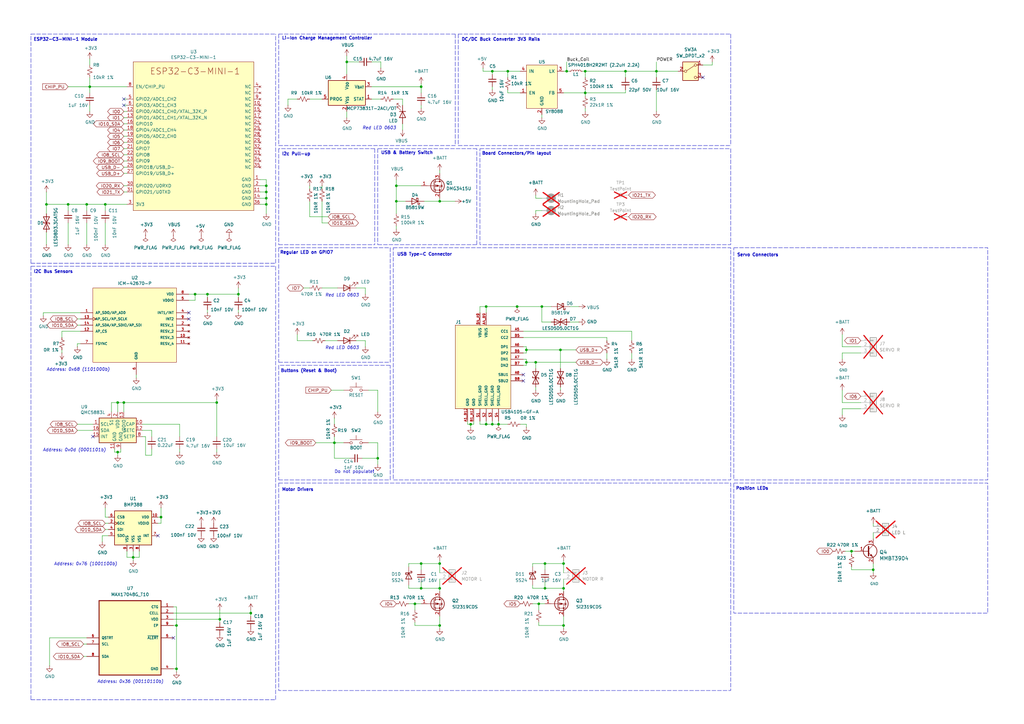
<source format=kicad_sch>
(kicad_sch (version 20231120) (generator "eeschema") (generator_version "8.0")
  (paper "A3")
  (title_block (date "2022-04-27") (rev "1.2a") (comment 1 "ESP32-C3 RC Plane"))
  (junction (at 180.34 82.55))
  (junction (at 109.22 76.2))
  (junction (at 90.17 254))
  (junction (at 215.9 148.59))
  (junction (at 43.18 83.82))
  (junction (at 50.8 165.1))
  (junction (at 27.94 83.82))
  (junction (at 54.61 228.6))
  (junction (at 170.18 247.65))
  (junction (at 215.9 143.51))
  (junction (at 231.14 231.14))
  (junction (at 180.34 241.3))
  (junction (at 231.14 241.3))
  (junction (at 229.87 143.51))
  (junction (at 240.03 38.1))
  (junction (at 72.39 274.32))
  (junction (at 232.41 29.21))
  (junction (at 80.01 120.65))
  (junction (at 231.14 256.54))
  (junction (at 180.34 231.14))
  (junction (at 201.93 173.99))
  (junction (at 162.56 76.2))
  (junction (at 212.09 125.73))
  (junction (at 269.24 29.21))
  (junction (at 223.52 241.3))
  (junction (at 85.09 120.65))
  (junction (at 222.25 125.73))
  (junction (at 19.05 83.82))
  (junction (at 199.39 173.99))
  (junction (at 223.52 231.14))
  (junction (at 349.25 226.06))
  (junction (at 109.22 78.74))
  (junction (at 199.39 125.73))
  (junction (at 256.54 29.21))
  (junction (at 220.98 247.65))
  (junction (at 137.16 181.61))
  (junction (at 219.71 148.59))
  (junction (at 97.79 120.65))
  (junction (at 72.39 256.54))
  (junction (at 35.56 83.82))
  (junction (at 172.72 241.3))
  (junction (at 204.47 173.99))
  (junction (at 66.04 212.09))
  (junction (at 48.26 185.42))
  (junction (at 154.94 187.96))
  (junction (at 142.24 25.4))
  (junction (at 109.22 81.28))
  (junction (at 102.87 251.46))
  (junction (at 36.83 35.56))
  (junction (at 201.93 29.21))
  (junction (at 109.22 83.82))
  (junction (at 240.03 29.21))
  (junction (at 193.04 173.99))
  (junction (at 162.56 82.55))
  (junction (at 180.34 256.54))
  (junction (at 358.14 233.68))
  (junction (at 208.28 29.21))
  (junction (at 172.72 231.14))
  (junction (at 88.9 165.1))
  (junction (at 48.26 165.1))
  (junction (at 172.72 35.56))
  (no_connect (at 77.47 130.81))
  (no_connect (at 214.63 153.67))
  (no_connect (at 288.29 31.75))
  (no_connect (at 38.1 179.07))
  (no_connect (at 64.77 219.71))
  (no_connect (at 50.8 40.64))
  (no_connect (at 50.8 43.18))
  (no_connect (at 71.12 261.62))
  (no_connect (at 214.63 156.21))
  (no_connect (at 77.47 128.27))
  (wire (pts (xy 50.8 45.72) (xy 52.07 45.72)))
  (wire (pts (xy 358.14 214.63) (xy 358.14 215.9)))
  (wire (pts (xy 199.39 125.73) (xy 212.09 125.73)))
  (polyline (pts (xy 12.7 13.97) (xy 113.03 13.97)) (stroke (width 0) (type dash)))
  (wire (pts (xy 219.71 81.28) (xy 222.25 81.28)))
  (wire (pts (xy 222.25 46.99) (xy 222.25 48.26)))
  (wire (pts (xy 20.32 261.62) (xy 35.56 261.62)))
  (wire (pts (xy 43.18 91.44) (xy 43.18 100.33)))
  (polyline (pts (xy 154.94 100.33) (xy 195.58 100.33)) (stroke (width 0) (type dash)))
  (wire (pts (xy 137.16 179.07) (xy 137.16 181.61)))
  (wire (pts (xy 66.04 212.09) (xy 64.77 212.09)))
  (wire (pts (xy 219.71 160.02) (xy 219.71 158.75)))
  (polyline (pts (xy 12.7 107.95) (xy 113.03 107.95)) (stroke (width 0) (type dash)))
  (wire (pts (xy 231.14 237.49) (xy 231.14 241.3)))
  (wire (pts (xy 208.28 29.21) (xy 213.36 29.21)))
  (wire (pts (xy 109.22 83.82) (xy 109.22 87.63)))
  (wire (pts (xy 165.1 50.8) (xy 165.1 53.34)))
  (wire (pts (xy 45.72 168.91) (xy 45.72 165.1)))
  (wire (pts (xy 162.56 76.2) (xy 162.56 82.55)))
  (wire (pts (xy 62.23 186.69) (xy 62.23 184.15)))
  (wire (pts (xy 50.8 76.2) (xy 52.07 76.2)))
  (wire (pts (xy 50.8 78.74) (xy 52.07 78.74)))
  (wire (pts (xy 102.87 250.19) (xy 102.87 251.46)))
  (wire (pts (xy 97.79 120.65) (xy 85.09 120.65)))
  (wire (pts (xy 154.94 160.02) (xy 154.94 168.91)))
  (wire (pts (xy 213.36 173.99) (xy 215.9 173.99)))
  (wire (pts (xy 27.94 35.56) (xy 36.83 35.56)))
  (wire (pts (xy 109.22 76.2) (xy 109.22 78.74)))
  (wire (pts (xy 240.03 29.21) (xy 240.03 31.75)))
  (wire (pts (xy 97.79 118.11) (xy 97.79 120.65)))
  (wire (pts (xy 288.29 26.67) (xy 292.1 26.67)))
  (wire (pts (xy 201.93 29.21) (xy 208.28 29.21)))
  (wire (pts (xy 132.08 82.55) (xy 132.08 91.44)))
  (wire (pts (xy 345.44 144.78) (xy 345.44 147.32)))
  (wire (pts (xy 33.02 140.97) (xy 31.75 140.97)))
  (wire (pts (xy 137.16 171.45) (xy 137.16 173.99)))
  (wire (pts (xy 36.83 43.18) (xy 36.83 45.72)))
  (wire (pts (xy 106.68 78.74) (xy 109.22 78.74)))
  (wire (pts (xy 240.03 44.45) (xy 240.03 45.72)))
  (wire (pts (xy 106.68 83.82) (xy 109.22 83.82)))
  (wire (pts (xy 50.8 53.34) (xy 52.07 53.34)))
  (wire (pts (xy 97.79 127) (xy 97.79 128.27)))
  (wire (pts (xy 146.05 139.7) (xy 149.86 139.7)))
  (wire (pts (xy 71.12 274.32) (xy 72.39 274.32)))
  (wire (pts (xy 135.89 160.02) (xy 140.97 160.02)))
  (wire (pts (xy 199.39 172.72) (xy 199.39 173.99)))
  (wire (pts (xy 358.14 218.44) (xy 358.14 220.98)))
  (wire (pts (xy 231.14 231.14) (xy 231.14 234.95)))
  (wire (pts (xy 180.34 237.49) (xy 180.34 241.3)))
  (wire (pts (xy 349.25 226.06) (xy 350.52 226.06)))
  (wire (pts (xy 201.93 172.72) (xy 201.93 173.99)))
  (wire (pts (xy 162.56 82.55) (xy 162.56 87.63)))
  (wire (pts (xy 259.08 135.89) (xy 259.08 139.7)))
  (wire (pts (xy 121.92 139.7) (xy 128.27 139.7)))
  (wire (pts (xy 346.71 226.06) (xy 349.25 226.06)))
  (wire (pts (xy 180.34 241.3) (xy 180.34 242.57)))
  (polyline (pts (xy 187.96 59.69) (xy 299.72 59.69)) (stroke (width 0) (type dash)))
  (wire (pts (xy 149.86 118.11) (xy 149.86 120.65)))
  (wire (pts (xy 219.71 80.01) (xy 219.71 81.28)))
  (wire (pts (xy 33.02 128.27) (xy 17.78 128.27)))
  (wire (pts (xy 33.02 135.89) (xy 25.4 135.89)))
  (polyline (pts (xy 113.03 109.22) (xy 113.03 287.02)) (stroke (width 0) (type dash)))
  (wire (pts (xy 215.9 148.59) (xy 219.71 148.59)))
  (wire (pts (xy 43.18 208.28) (xy 43.18 212.09)))
  (wire (pts (xy 231.14 252.73) (xy 231.14 256.54)))
  (wire (pts (xy 208.28 38.1) (xy 213.36 38.1)))
  (wire (pts (xy 154.94 187.96) (xy 154.94 190.5)))
  (wire (pts (xy 167.64 240.03) (xy 167.64 241.3)))
  (wire (pts (xy 170.18 255.27) (xy 170.18 256.54)))
  (wire (pts (xy 199.39 173.99) (xy 201.93 173.99)))
  (wire (pts (xy 72.39 248.92) (xy 72.39 256.54)))
  (wire (pts (xy 48.26 185.42) (xy 48.26 186.69)))
  (wire (pts (xy 121.92 137.16) (xy 121.92 139.7)))
  (wire (pts (xy 269.24 29.21) (xy 269.24 31.75)))
  (wire (pts (xy 102.87 251.46) (xy 102.87 252.73)))
  (wire (pts (xy 19.05 83.82) (xy 19.05 87.63)))
  (wire (pts (xy 172.72 35.56) (xy 172.72 38.1)))
  (wire (pts (xy 50.8 71.12) (xy 52.07 71.12)))
  (wire (pts (xy 35.56 83.82) (xy 35.56 86.36)))
  (wire (pts (xy 142.24 25.4) (xy 147.32 25.4)))
  (wire (pts (xy 220.98 255.27) (xy 220.98 256.54)))
  (wire (pts (xy 222.25 125.73) (xy 226.06 125.73)))
  (wire (pts (xy 226.06 132.08) (xy 222.25 132.08)))
  (wire (pts (xy 109.22 73.66) (xy 109.22 76.2)))
  (wire (pts (xy 46.99 185.42) (xy 48.26 185.42)))
  (wire (pts (xy 72.39 274.32) (xy 72.39 275.59)))
  (wire (pts (xy 349.25 232.41) (xy 349.25 233.68)))
  (wire (pts (xy 219.71 151.13) (xy 219.71 148.59)))
  (wire (pts (xy 62.23 176.53) (xy 58.42 176.53)))
  (wire (pts (xy 223.52 241.3) (xy 231.14 241.3)))
  (wire (pts (xy 50.8 48.26) (xy 52.07 48.26)))
  (wire (pts (xy 31.75 173.99) (xy 38.1 173.99)))
  (wire (pts (xy 148.59 187.96) (xy 154.94 187.96)))
  (wire (pts (xy 196.85 173.99) (xy 199.39 173.99)))
  (wire (pts (xy 204.47 173.99) (xy 204.47 172.72)))
  (wire (pts (xy 167.64 231.14) (xy 172.72 231.14)))
  (wire (pts (xy 180.34 229.87) (xy 180.34 231.14)))
  (wire (pts (xy 248.92 144.78) (xy 248.92 147.32)))
  (wire (pts (xy 201.93 173.99) (xy 204.47 173.99)))
  (wire (pts (xy 231.14 229.87) (xy 231.14 231.14)))
  (wire (pts (xy 218.44 232.41) (xy 218.44 231.14)))
  (wire (pts (xy 137.16 187.96) (xy 143.51 187.96)))
  (wire (pts (xy 27.94 83.82) (xy 19.05 83.82)))
  (wire (pts (xy 215.9 144.78) (xy 214.63 144.78)))
  (wire (pts (xy 269.24 29.21) (xy 278.13 29.21)))
  (wire (pts (xy 215.9 147.32) (xy 215.9 148.59)))
  (wire (pts (xy 180.34 71.12) (xy 180.34 69.85)))
  (wire (pts (xy 50.8 43.18) (xy 52.07 43.18)))
  (wire (pts (xy 44.45 219.71) (xy 41.91 219.71)))
  (wire (pts (xy 349.25 227.33) (xy 349.25 226.06)))
  (wire (pts (xy 54.61 228.6) (xy 54.61 229.87)))
  (wire (pts (xy 73.66 185.42) (xy 73.66 184.15)))
  (polyline (pts (xy 187.96 13.97) (xy 299.72 13.97)) (stroke (width 0) (type dash)))
  (wire (pts (xy 97.79 121.92) (xy 97.79 120.65)))
  (wire (pts (xy 72.39 256.54) (xy 72.39 274.32)))
  (wire (pts (xy 142.24 48.26) (xy 142.24 45.72)))
  (wire (pts (xy 48.26 185.42) (xy 49.53 185.42)))
  (wire (pts (xy 180.34 82.55) (xy 186.69 82.55)))
  (wire (pts (xy 232.41 29.21) (xy 233.68 29.21)))
  (wire (pts (xy 172.72 34.29) (xy 172.72 35.56)))
  (wire (pts (xy 85.09 120.65) (xy 80.01 120.65)))
  (wire (pts (xy 219.71 148.59) (xy 236.22 148.59)))
  (wire (pts (xy 127 40.64) (xy 132.08 40.64)))
  (wire (pts (xy 43.18 214.63) (xy 44.45 214.63)))
  (wire (pts (xy 349.25 233.68) (xy 358.14 233.68)))
  (wire (pts (xy 199.39 125.73) (xy 199.39 128.27)))
  (wire (pts (xy 269.24 36.83) (xy 269.24 45.72)))
  (polyline (pts (xy 160.02 196.85) (xy 160.02 149.86)) (stroke (width 0) (type dash)))
  (polyline (pts (xy 12.7 107.95) (xy 12.7 13.97)) (stroke (width 0) (type dash)))
  (wire (pts (xy 156.21 25.4) (xy 156.21 27.94)))
  (wire (pts (xy 191.77 173.99) (xy 193.04 173.99)))
  (wire (pts (xy 220.98 247.65) (xy 223.52 247.65)))
  (wire (pts (xy 358.14 231.14) (xy 358.14 233.68)))
  (wire (pts (xy 142.24 22.86) (xy 142.24 25.4)))
  (polyline (pts (xy 12.7 109.22) (xy 113.03 109.22)) (stroke (width 0) (type dash)))
  (wire (pts (xy 34.29 264.16) (xy 35.56 264.16)))
  (wire (pts (xy 223.52 231.14) (xy 231.14 231.14)))
  (polyline (pts (xy 195.58 100.33) (xy 195.58 60.96)) (stroke (width 0) (type dash)))
  (wire (pts (xy 43.18 86.36) (xy 43.18 83.82)))
  (wire (pts (xy 109.22 78.74) (xy 109.22 81.28)))
  (wire (pts (xy 222.25 132.08) (xy 222.25 125.73)))
  (wire (pts (xy 90.17 254) (xy 90.17 255.27)))
  (wire (pts (xy 31.75 176.53) (xy 38.1 176.53)))
  (wire (pts (xy 161.29 40.64) (xy 165.1 40.64)))
  (wire (pts (xy 49.53 185.42) (xy 49.53 184.15)))
  (wire (pts (xy 256.54 36.83) (xy 256.54 38.1)))
  (wire (pts (xy 214.63 147.32) (xy 215.9 147.32)))
  (wire (pts (xy 43.18 83.82) (xy 35.56 83.82)))
  (wire (pts (xy 229.87 143.51) (xy 236.22 143.51)))
  (polyline (pts (xy 187.96 13.97) (xy 187.96 59.69)) (stroke (width 0) (type dash)))
  (wire (pts (xy 231.14 38.1) (xy 240.03 38.1)))
  (wire (pts (xy 77.47 123.19) (xy 80.01 123.19)))
  (wire (pts (xy 198.12 29.21) (xy 201.93 29.21)))
  (polyline (pts (xy 114.3 13.97) (xy 114.3 59.69)) (stroke (width 0) (type dash)))
  (wire (pts (xy 218.44 231.14) (xy 223.52 231.14)))
  (wire (pts (xy 59.69 186.69) (xy 62.23 186.69)))
  (wire (pts (xy 223.52 241.3) (xy 223.52 238.76)))
  (wire (pts (xy 358.14 233.68) (xy 358.14 234.95)))
  (polyline (pts (xy 114.3 13.97) (xy 186.69 13.97)) (stroke (width 0) (type dash)))
  (wire (pts (xy 48.26 165.1) (xy 48.26 168.91)))
  (polyline (pts (xy 114.3 101.6) (xy 114.3 148.59)) (stroke (width 0) (type dash)))
  (wire (pts (xy 180.34 81.28) (xy 180.34 82.55)))
  (wire (pts (xy 194.31 173.99) (xy 194.31 172.72)))
  (wire (pts (xy 345.44 160.02) (xy 345.44 165.1)))
  (wire (pts (xy 259.08 144.78) (xy 259.08 147.32)))
  (wire (pts (xy 167.64 241.3) (xy 172.72 241.3)))
  (wire (pts (xy 162.56 73.66) (xy 162.56 76.2)))
  (wire (pts (xy 66.04 212.09) (xy 66.04 214.63)))
  (wire (pts (xy 36.83 35.56) (xy 52.07 35.56)))
  (wire (pts (xy 201.93 29.21) (xy 201.93 30.48)))
  (wire (pts (xy 50.8 63.5) (xy 52.07 63.5)))
  (wire (pts (xy 58.42 173.99) (xy 73.66 173.99)))
  (wire (pts (xy 292.1 25.4) (xy 292.1 26.67)))
  (wire (pts (xy 124.46 118.11) (xy 127 118.11)))
  (wire (pts (xy 151.13 160.02) (xy 154.94 160.02)))
  (wire (pts (xy 71.12 251.46) (xy 102.87 251.46)))
  (wire (pts (xy 34.29 269.24) (xy 35.56 269.24)))
  (wire (pts (xy 345.44 167.64) (xy 345.44 170.18)))
  (wire (pts (xy 170.18 247.65) (xy 172.72 247.65)))
  (wire (pts (xy 214.63 142.24) (xy 215.9 142.24)))
  (wire (pts (xy 132.08 76.2) (xy 132.08 77.47)))
  (wire (pts (xy 90.17 250.19) (xy 90.17 254)))
  (wire (pts (xy 196.85 125.73) (xy 199.39 125.73)))
  (wire (pts (xy 133.35 139.7) (xy 138.43 139.7)))
  (wire (pts (xy 201.93 35.56) (xy 201.93 36.83)))
  (wire (pts (xy 240.03 29.21) (xy 256.54 29.21)))
  (wire (pts (xy 50.8 50.8) (xy 52.07 50.8)))
  (wire (pts (xy 215.9 143.51) (xy 229.87 143.51)))
  (wire (pts (xy 149.86 139.7) (xy 149.86 142.24)))
  (wire (pts (xy 196.85 125.73) (xy 196.85 128.27)))
  (polyline (pts (xy 195.58 60.96) (xy 154.94 60.96)) (stroke (width 0) (type dash)))
  (wire (pts (xy 55.88 153.67) (xy 55.88 154.94)))
  (wire (pts (xy 46.99 184.15) (xy 46.99 185.42)))
  (polyline (pts (xy 299.72 13.97) (xy 299.72 59.69)) (stroke (width 0) (type dash)))
  (wire (pts (xy 66.04 208.28) (xy 66.04 212.09)))
  (polyline (pts (xy 12.7 287.02) (xy 113.03 287.02)) (stroke (width 0) (type dash)))
  (wire (pts (xy 345.44 165.1) (xy 353.06 165.1)))
  (wire (pts (xy 193.04 173.99) (xy 194.31 173.99)))
  (wire (pts (xy 218.44 240.03) (xy 218.44 241.3)))
  (wire (pts (xy 193.04 173.99) (xy 193.04 175.26)))
  (wire (pts (xy 36.83 24.13) (xy 36.83 26.67)))
  (wire (pts (xy 165.1 40.64) (xy 165.1 43.18)))
  (wire (pts (xy 52.07 228.6) (xy 54.61 228.6)))
  (wire (pts (xy 180.34 252.73) (xy 180.34 256.54)))
  (wire (pts (xy 166.37 82.55) (xy 162.56 82.55)))
  (wire (pts (xy 240.03 36.83) (xy 240.03 38.1)))
  (wire (pts (xy 31.75 130.81) (xy 33.02 130.81)))
  (wire (pts (xy 233.68 125.73) (xy 237.49 125.73)))
  (polyline (pts (xy 114.3 149.86) (xy 114.3 196.85)) (stroke (width 0) (type dash)))
  (wire (pts (xy 204.47 173.99) (xy 208.28 173.99)))
  (wire (pts (xy 191.77 172.72) (xy 191.77 173.99)))
  (wire (pts (xy 41.91 219.71) (xy 41.91 222.25)))
  (polyline (pts (xy 113.03 107.95) (xy 113.03 13.97)) (stroke (width 0) (type dash)))
  (wire (pts (xy 152.4 25.4) (xy 156.21 25.4)))
  (wire (pts (xy 127 76.2) (xy 127 77.47)))
  (wire (pts (xy 170.18 256.54) (xy 180.34 256.54)))
  (wire (pts (xy 256.54 38.1) (xy 240.03 38.1)))
  (wire (pts (xy 172.72 241.3) (xy 180.34 241.3)))
  (wire (pts (xy 106.68 81.28) (xy 109.22 81.28)))
  (polyline (pts (xy 186.69 13.97) (xy 186.69 59.69)) (stroke (width 0) (type dash)))
  (wire (pts (xy 256.54 29.21) (xy 256.54 31.75)))
  (polyline (pts (xy 153.67 60.96) (xy 153.67 100.33)) (stroke (width 0) (type dash)))
  (wire (pts (xy 50.8 165.1) (xy 50.8 168.91)))
  (wire (pts (xy 48.26 165.1) (xy 50.8 165.1)))
  (wire (pts (xy 215.9 148.59) (xy 215.9 149.86)))
  (wire (pts (xy 208.28 31.75) (xy 208.28 29.21)))
  (polyline (pts (xy 114.3 196.85) (xy 160.02 196.85)) (stroke (width 0) (type dash)))
  (wire (pts (xy 151.13 181.61) (xy 154.94 181.61)))
  (wire (pts (xy 57.15 226.06) (xy 57.15 228.6)))
  (wire (pts (xy 240.03 38.1) (xy 240.03 39.37)))
  (wire (pts (xy 218.44 247.65) (xy 220.98 247.65)))
  (wire (pts (xy 146.05 118.11) (xy 149.86 118.11)))
  (wire (pts (xy 231.14 29.21) (xy 232.41 29.21)))
  (wire (pts (xy 62.23 179.07) (xy 62.23 176.53)))
  (wire (pts (xy 50.8 66.04) (xy 52.07 66.04)))
  (wire (pts (xy 180.34 231.14) (xy 180.34 234.95)))
  (wire (pts (xy 170.18 247.65) (xy 170.18 250.19)))
  (wire (pts (xy 220.98 256.54) (xy 231.14 256.54)))
  (wire (pts (xy 36.83 35.56) (xy 36.83 38.1)))
  (wire (pts (xy 345.44 167.64) (xy 353.06 167.64)))
  (polyline (pts (xy 153.67 60.96) (xy 114.3 60.96)) (stroke (width 0) (type dash)))
  (wire (pts (xy 88.9 165.1) (xy 88.9 179.07)))
  (wire (pts (xy 215.9 142.24) (xy 215.9 143.51)))
  (wire (pts (xy 233.68 132.08) (xy 237.49 132.08)))
  (wire (pts (xy 31.75 133.35) (xy 33.02 133.35)))
  (polyline (pts (xy 114.3 101.6) (xy 160.02 101.6)) (stroke (width 0) (type dash)))
  (wire (pts (xy 231.14 241.3) (xy 231.14 242.57)))
  (wire (pts (xy 269.24 25.4) (xy 269.24 29.21)))
  (wire (pts (xy 172.72 231.14) (xy 180.34 231.14)))
  (wire (pts (xy 58.42 179.07) (xy 59.69 179.07)))
  (polyline (pts (xy 12.7 109.22) (xy 12.7 287.02)) (stroke (width 0) (type dash)))
  (wire (pts (xy 71.12 248.92) (xy 72.39 248.92)))
  (wire (pts (xy 132.08 118.11) (xy 138.43 118.11)))
  (wire (pts (xy 256.54 29.21) (xy 269.24 29.21)))
  (wire (pts (xy 167.64 232.41) (xy 167.64 231.14)))
  (wire (pts (xy 50.8 40.64) (xy 52.07 40.64)))
  (wire (pts (xy 223.52 231.14) (xy 223.52 233.68)))
  (wire (pts (xy 172.72 231.14) (xy 172.72 233.68)))
  (wire (pts (xy 142.24 25.4) (xy 142.24 30.48)))
  (wire (pts (xy 222.25 86.36) (xy 219.71 86.36)))
  (wire (pts (xy 154.94 181.61) (xy 154.94 187.96)))
  (polyline (pts (xy 114.3 100.33) (xy 153.67 100.33)) (stroke (width 0) (type dash)))
  (wire (pts (xy 43.18 212.09) (xy 44.45 212.09)))
  (wire (pts (xy 137.16 187.96) (xy 137.16 181.61)))
  (wire (pts (xy 172.72 44.45) (xy 172.72 43.18)))
  (wire (pts (xy 232.41 25.4) (xy 232.41 29.21)))
  (wire (pts (xy 345.44 144.78) (xy 353.06 144.78)))
  (wire (pts (xy 43.18 217.17) (xy 44.45 217.17)))
  (wire (pts (xy 238.76 29.21) (xy 240.03 29.21)))
  (wire (pts (xy 215.9 173.99) (xy 215.9 175.26)))
  (wire (pts (xy 31.75 140.97) (xy 31.75 142.24)))
  (wire (pts (xy 50.8 165.1) (xy 88.9 165.1)))
  (wire (pts (xy 106.68 76.2) (xy 109.22 76.2)))
  (wire (pts (xy 167.64 247.65) (xy 170.18 247.65)))
  (wire (pts (xy 212.09 125.73) (xy 222.25 125.73)))
  (wire (pts (xy 88.9 163.83) (xy 88.9 165.1)))
  (wire (pts (xy 219.71 86.36) (xy 219.71 87.63)))
  (wire (pts (xy 25.4 135.89) (xy 25.4 138.43)))
  (wire (pts (xy 229.87 151.13) (xy 229.87 143.51)))
  (wire (pts (xy 129.54 181.61) (xy 137.16 181.61)))
  (wire (pts (xy 345.44 142.24) (xy 353.06 142.24)))
  (wire (pts (xy 162.56 93.98) (xy 162.56 92.71)))
  (wire (pts (xy 25.4 144.78) (xy 25.4 143.51)))
  (wire (pts (xy 214.63 135.89) (xy 259.08 135.89)))
  (wire (pts (xy 196.85 172.72) (xy 196.85 173.99)))
  (wire (pts (xy 45.72 165.1) (xy 48.26 165.1)))
  (wire (pts (xy 215.9 149.86) (xy 214.63 149.86)))
  (wire (pts (xy 121.92 40.64) (xy 118.11 40.64)))
  (wire (pts (xy 173.99 82.55) (xy 180.34 82.55)))
  (wire (pts (xy 229.87 160.02) (xy 229.87 158.75)))
  (wire (pts (xy 54.61 226.06) (xy 54.61 228.6)))
  (wire (pts (xy 172.72 241.3) (xy 172.72 238.76)))
  (wire (pts (xy 50.8 68.58) (xy 52.07 68.58)))
  (wire (pts (xy 218.44 241.3) (xy 223.52 241.3)))
  (wire (pts (xy 73.66 173.99) (xy 73.66 179.07)))
  (wire (pts (xy 220.98 247.65) (xy 220.98 250.19)))
  (wire (pts (xy 137.16 181.61) (xy 140.97 181.61)))
  (wire (pts (xy 57.15 228.6) (xy 54.61 228.6)))
  (wire (pts (xy 152.4 35.56) (xy 172.72 35.56)))
  (wire (pts (xy 118.11 40.64) (xy 118.11 43.18)))
  (wire (pts (xy 132.08 91.44) (xy 134.62 91.44)))
  (wire (pts (xy 43.18 83.82) (xy 52.07 83.82)))
  (wire (pts (xy 77.47 120.65) (xy 80.01 120.65)))
  (wire (pts (xy 50.8 60.96) (xy 52.07 60.96)))
  (wire (pts (xy 71.12 256.54) (xy 72.39 256.54)))
  (polyline (pts (xy 154.94 60.96) (xy 154.94 100.33)) (stroke (width 0) (type dash)))
  (wire (pts (xy 20.32 273.05) (xy 20.32 261.62)))
  (wire (pts (xy 52.07 226.06) (xy 52.07 228.6)))
  (wire (pts (xy 172.72 76.2) (xy 162.56 76.2)))
  (wire (pts (xy 59.69 179.07) (xy 59.69 186.69)))
  (wire (pts (xy 71.12 254) (xy 90.17 254)))
  (polyline (pts (xy 114.3 60.96) (xy 114.3 100.33)) (stroke (width 0) (type dash)))
  (wire (pts (xy 180.34 256.54) (xy 180.34 257.81)))
  (wire (pts (xy 27.94 83.82) (xy 35.56 83.82)))
  (wire (pts (xy 19.05 95.25) (xy 19.05 100.33)))
  (wire (pts (xy 127 82.55) (xy 127 88.9)))
  (wire (pts (xy 80.01 123.19) (xy 80.01 120.65)))
  (wire (pts (xy 231.14 256.54) (xy 231.14 257.81)))
  (wire (pts (xy 248.92 138.43) (xy 248.92 139.7)))
  (wire (pts (xy 208.28 36.83) (xy 208.28 38.1)))
  (wire (pts (xy 19.05 78.74) (xy 19.05 83.82)))
  (wire (pts (xy 109.22 81.28) (xy 109.22 83.82)))
  (wire (pts (xy 345.44 137.16) (xy 345.44 142.24)))
  (wire (pts (xy 36.83 35.56) (xy 36.83 31.75)))
  (wire (pts (xy 27.94 100.33) (xy 27.94 91.44)))
  (wire (pts (xy 66.04 214.63) (xy 64.77 214.63)))
  (wire (pts (xy 27.94 86.36) (xy 27.94 83.82)))
  (wire (pts (xy 127 88.9) (xy 134.62 88.9)))
  (wire (pts (xy 85.09 121.92) (xy 85.09 120.65)))
  (wire (pts (xy 198.12 27.94) (xy 198.12 29.21)))
  (wire (pts (xy 215.9 143.51) (xy 215.9 144.78)))
  (wire (pts (xy 85.09 127) (xy 85.09 128.27)))
  (wire (pts (xy 50.8 55.88) (xy 52.07 55.88)))
  (wire (pts (xy 106.68 73.66) (xy 109.22 73.66)))
  (polyline (pts (xy 160.02 149.86) (xy 114.3 149.86)) (stroke (width 0) (type dash)))
  (wire (pts (xy 50.8 58.42) (xy 52.07 58.42)))
  (wire (pts (xy 17.78 128.27) (xy 17.78 129.54)))
  (wire (pts (xy 214.63 138.43) (xy 248.92 138.43)))
  (polyline (pts (xy 114.3 59.69) (xy 186.69 59.69)) (stroke (width 0) (type dash)))
  (wire (pts (xy 35.56 91.44) (xy 35.56 100.33)))
  (wire (pts (xy 152.4 40.64) (xy 156.21 40.64)))
  (polyline (pts (xy 114.3 148.59) (xy 160.02 148.59)) (stroke (width 0) (type dash)))
  (polyline (pts (xy 160.02 101.6) (xy 160.02 148.59)) (stroke (width 0) (type dash)))
  (wire (pts (xy 88.9 184.15) (xy 88.9 185.42)))
  (rectangle (start 114.3 198.12) (end 299.72 283.21) (stroke (width 0) (type dash)))
  (rectangle (start 300.99 101.6) (end 405.13 196.85) (stroke (width 0) (type dash)))
  (rectangle (start 196.85 60.96) (end 299.72 100.33) (stroke (width 0) (type dash)))
  (rectangle (start 161.29 101.6) (end 299.72 196.85) (stroke (width 0) (type dash)))
  (rectangle (start 297.18 198.12) (end 297.18 198.12))
  (rectangle (start 300.99 198.12) (end 405.13 251.46) (stroke (width 0) (type dash)))
  (text "USB Type-C Connector" (at 162.814 105.156 0) (effects (font (size 1.27 1.27) (thickness 0.254) (bold yes)) (justify left bottom)))
  (text "Do not populate!" (at 137.16 194.31 0) (effects (font (size 1.27 1.27)) (justify left bottom)))
  (text "Buttons (Reset & Boot)" (at 115.062 152.908 0) (effects (font (size 1.27 1.27) (thickness 0.254) (bold yes)) (justify left bottom)))
  (text "Servo Connectors" (at 302.26 105.41 0) (effects (font (size 1.27 1.27) (thickness 0.254) (bold yes)) (justify left bottom)))
  (text "Red LED 0603" (at 148.59 53.34 0) (effects (font (size 1.27 1.27) (italic yes)) (justify left bottom)))
  (text "Motor Drivers" (at 115.57 201.676 0) (effects (font (size 1.27 1.27) (thickness 0.254) (bold yes)) (justify left bottom)))
  (text "Address: 0x76 (1001100b)" (at 22.098 232.156 0) (effects (font (size 1.27 1.27) (italic yes)) (justify left bottom)))
  (text "I2c Pull-up" (at 115.57 64.008 0) (effects (font (size 1.27 1.27) (thickness 0.254) (bold yes)) (justify left bottom)))
  (text "DC/DC Buck Converter 3V3 Rails" (at 189.23 17.018 0) (effects (font (size 1.27 1.27) (thickness 0.254) (bold yes)) (justify left bottom)))
  (text "Red LED 0603" (at 133.35 143.51 0) (effects (font (size 1.27 1.27) (italic yes)) (justify left bottom)))
  (text "USB & Battery Switch" (at 156.21 63.5 0) (effects (font (size 1.27 1.27) (thickness 0.254) (bold yes)) (justify left bottom)))
  (text "Red LED 0603" (at 133.35 121.92 0) (effects (font (size 1.27 1.27) (italic yes)) (justify left bottom)))
  (text "Board Connectors/Pin layout" (at 197.612 63.754 0) (effects (font (size 1.27 1.27) (thickness 0.254) (bold yes)) (justify left bottom)))
  (text "Address: 0x36 (00110110b)" (at 39.878 280.416 0) (effects (font (size 1.27 1.27) (italic yes)) (justify left bottom)))
  (text "Address: 0x0d (0001101b)" (at 17.526 185.42 0) (effects (font (size 1.27 1.27) (italic yes)) (justify left bottom)))
  (text "Regular LED on GPIO7" (at 114.808 104.394 0) (effects (font (size 1.27 1.27) (thickness 0.254) (bold yes)) (justify left bottom)))
  (text "Position LEDs" (at 301.752 201.168 0) (effects (font (size 1.27 1.27) (thickness 0.254) (bold yes)) (justify left bottom)))
  (text "Address: 0x68 (1101000b)" (at 19.05 152.4 0) (effects (font (size 1.27 1.27) (italic yes)) (justify left bottom)))
  (text "ESP32-C3-MINI-1 Module" (at 13.716 17.018 0) (effects (font (size 1.27 1.27) (thickness 0.254) (bold yes)) (justify left bottom)))
  (text "Li-Ion Charge Management Controller" (at 115.57 16.51 0) (effects (font (size 1.27 1.27) (thickness 0.254) (bold yes)) (justify left bottom)))
  (text "I2C Bus Sensors" (at 13.716 112.268 0) (effects (font (size 1.27 1.27) (thickness 0.254) (bold yes)) (justify left bottom)))
  (label "POWER" (at 269.24 25.4 0))
  (label "Buck_Coil" (at 232.41 25.4 0))
  (global_label "IO8_SCL" (shape bidirectional) (at 50.8 63.5 180) (property "Intersheetrefs" "${INTERSHEET_REFS}" (effects (hide yes))))
  (global_label "IO8_SCL" (shape bidirectional) (at 34.29 264.16 180) (property "Intersheetrefs" "${INTERSHEET_REFS}" (effects (hide yes))))
  (global_label "IO10_SDA" (shape bidirectional) (at 34.29 269.24 180) (property "Intersheetrefs" "${INTERSHEET_REFS}" (effects (hide yes))))
  (global_label "USB_D-" (shape bidirectional) (at 50.8 68.58 180) (property "Intersheetrefs" "${INTERSHEET_REFS}" (effects (hide yes))))
  (global_label "IO8_SCL" (shape bidirectional) (at 43.18 214.63 180) (property "Intersheetrefs" "${INTERSHEET_REFS}" (effects (hide yes))))
  (global_label "IO8_SCL" (shape bidirectional) (at 31.75 173.99 180) (property "Intersheetrefs" "${INTERSHEET_REFS}" (effects (hide yes))))
  (global_label "USB_D-" (shape bidirectional) (at 236.22 148.59 0) (property "Intersheetrefs" "${INTERSHEET_REFS}" (effects (hide yes))))
  (global_label "IO5" (shape bidirectional) (at 50.8 55.88 180) (property "Intersheetrefs" "${INTERSHEET_REFS}" (effects (hide yes))))
  (global_label "CHIP_PU" (shape input) (at 135.89 160.02 180) (property "Intersheetrefs" "${INTERSHEET_REFS}" (effects (hide yes))))
  (global_label "IO20_RX" (shape bidirectional) (at 50.8 76.2 180) (property "Intersheetrefs" "${INTERSHEET_REFS}" (effects (hide yes))))
  (global_label "IO20_RX" (shape bidirectional) (at 257.81 88.9 0) (property "Intersheetrefs" "${INTERSHEET_REFS}" (effects (hide yes))))
  (global_label "IO8_SCL" (shape bidirectional) (at 31.75 130.81 180) (property "Intersheetrefs" "${INTERSHEET_REFS}" (effects (hide yes))))
  (global_label "IO8_SCL" (shape bidirectional) (at 134.62 88.9 0) (property "Intersheetrefs" "${INTERSHEET_REFS}" (effects (hide yes))))
  (global_label "IO0" (shape bidirectional) (at 341.63 226.06 180) (property "Intersheetrefs" "${INTERSHEET_REFS}" (effects (hide yes))))
  (global_label "IO7" (shape bidirectional) (at 50.8 60.96 180) (property "Intersheetrefs" "${INTERSHEET_REFS}" (effects (hide yes))))
  (global_label "IO9_BOOT" (shape bidirectional) (at 129.54 181.61 180) (property "Intersheetrefs" "${INTERSHEET_REFS}" (effects (hide yes))))
  (global_label "IO10_SDA" (shape bidirectional) (at 31.75 133.35 180) (property "Intersheetrefs" "${INTERSHEET_REFS}" (effects (hide yes))))
  (global_label "IO6" (shape bidirectional) (at 50.8 58.42 180) (property "Intersheetrefs" "${INTERSHEET_REFS}" (effects (hide yes))))
  (global_label "IO1" (shape bidirectional) (at 353.06 139.7 180) (property "Intersheetrefs" "${INTERSHEET_REFS}" (effects (hide yes))))
  (global_label "IO1" (shape bidirectional) (at 50.8 48.26 180) (property "Intersheetrefs" "${INTERSHEET_REFS}" (effects (hide yes))))
  (global_label "IO7" (shape bidirectional) (at 124.46 118.11 180) (property "Intersheetrefs" "${INTERSHEET_REFS}" (effects (hide yes))))
  (global_label "IO9_BOOT" (shape bidirectional) (at 50.8 66.04 180) (property "Intersheetrefs" "${INTERSHEET_REFS}" (effects (hide yes))))
  (global_label "USB_D+" (shape bidirectional) (at 236.22 143.51 0) (property "Intersheetrefs" "${INTERSHEET_REFS}" (effects (hide yes))))
  (global_label "USB_D+" (shape bidirectional) (at 50.8 71.12 180) (property "Intersheetrefs" "${INTERSHEET_REFS}" (effects (hide yes))))
  (global_label "IO4" (shape bidirectional) (at 50.8 53.34 180) (property "Intersheetrefs" "${INTERSHEET_REFS}" (effects (hide yes))))
  (global_label "IO0" (shape bidirectional) (at 50.8 45.72 180) (property "Intersheetrefs" "${INTERSHEET_REFS}" (effects (hide yes))))
  (global_label "IO10_SDA" (shape bidirectional) (at 31.75 176.53 180) (property "Intersheetrefs" "${INTERSHEET_REFS}" (effects (hide yes))))
  (global_label "IO4" (shape bidirectional) (at 162.56 247.65 180) (property "Intersheetrefs" "${INTERSHEET_REFS}" (effects (hide yes))))
  (global_label "IO21_TX" (shape bidirectional) (at 257.81 80.01 0) (property "Intersheetrefs" "${INTERSHEET_REFS}" (effects (hide yes))))
  (global_label "IO10_SDA" (shape bidirectional) (at 50.8 50.8 180) (property "Intersheetrefs" "${INTERSHEET_REFS}" (effects (hide yes))))
  (global_label "CHIP_PU" (shape input) (at 27.94 35.56 180) (property "Intersheetrefs" "${INTERSHEET_REFS}" (effects (hide yes))))
  (global_label "IO10_SDA" (shape bidirectional) (at 134.62 91.44 0) (property "Intersheetrefs" "${INTERSHEET_REFS}" (effects (hide yes))))
  (global_label "IO6" (shape bidirectional) (at 353.06 162.56 180) (property "Intersheetrefs" "${INTERSHEET_REFS}" (effects (hide yes))))
  (global_label "IO21_TX" (shape bidirectional) (at 50.8 78.74 180) (property "Intersheetrefs" "${INTERSHEET_REFS}" (effects (hide yes))))
  (global_label "IO5" (shape bidirectional) (at 213.36 247.65 180) (property "Intersheetrefs" "${INTERSHEET_REFS}" (effects (hide yes))))
  (global_label "IO10_SDA" (shape bidirectional) (at 43.18 217.17 180) (property "Intersheetrefs" "${INTERSHEET_REFS}" (effects (hide yes))))
  (symbol (lib_id "Rust_Board:ICM-42670-P") (at 55.88 133.35 0) (unit 1)
    (property "Reference" "U2" (at 55.245 113.919 0))
    (property "Value" "ICM-42670-P" (at 55.245 116.2304 0))
    (property "Footprint" "Package_LGA:LGA-14_3x2.5mm_P0.5mm_LayoutBorder3x4y" (effects (hide yes)))
    (property "MAXIMUM_PACKAGE_HEIGHT" "0.81mm" (effects (hide yes)))
    (property "MANUFACTURER" "TDK InvenSense" (effects (hide yes)))
    (property "PARTREV" "1.0" (effects (hide yes)))
    (property "STANDARD" "Manufacturer Recommendations" (effects (hide yes)))
    (property "LCSC" "C3288646" (effects (hide yes)))
  )
  (symbol (lib_id "Rust_Board:SY8088") (at 222.25 35.56 0) (unit 1)
    (property "Reference" "U5" (at 222.25 25.4 0))
    (property "Value" "SY8088" (at 227.33 45.72 0))
    (property "Footprint" "Package_TO_SOT_SMD:SOT-23-5" (effects (hide yes)))
    (property "LCSC" "C479072" (effects (hide yes)))
  )
  (symbol (lib_id "Rust_Board:USB4105-GF-A") (at 198.12 149.86 0) (unit 1)
    (property "Reference" "J1" (at 189.23 132.08 0) (effects (justify right)))
    (property "Value" "USB4105-GF-A" (at 220.98 168.91 0) (effects (justify right)))
    (property "Footprint" "Rust_Board:GCT_USB4105-GF-A" (effects (hide yes)))
    (property "PARTREV" "A3" (effects (hide yes)))
    (property "STANDARD" "Manufacturer Recommendations" (effects (hide yes)))
    (property "MAXIMUM_PACKAGE_HEIGHT" "3.31 mm" (effects (hide yes)))
    (property "MANUFACTURER" "GCT" (effects (hide yes)))
    (property "LCSC" "C165948" (effects (hide yes)))
  )
  (symbol (lib_id "Rust_Board:ESP32-C3-MINI-1") (at 78.74 57.15 0) (unit 1)
    (property "Reference" "U3" (at 79.375 21.209 0))
    (property "Value" "ESP32-C3-MINI-1" (at 79.375 23.5204 0))
    (property "Footprint" "Rust_Board:ESP32-C3-MINI-1" (effects (hide yes)))
    (property "Datasheet" "https://www.espressif.com/sites/default/files/documentation/esp32-c3-mini-1_datasheet_en.pdf" (effects (hide yes)))
    (property "LCSC" "C2838502" (effects (hide yes)))
  )
  (symbol (lib_id "power:GND") (at 222.25 48.26 0) (unit 1)
    (property "Reference" "#PWR0101" (effects (hide yes)))
    (property "Value" "GND" (at 222.377 52.6542 0))
    (property "Description" "Power symbol creates a global label with name \"GND\" , ground" (effects (hide yes)))
  )
  (symbol (lib_id "Device:C_Small") (at 201.93 33.02 0) (unit 1)
    (property "Reference" "C5" (at 200.66 27.178 0) (effects (justify left)))
    (property "Value" "10uF 16V" (at 205.74 41.91 90) (effects (justify left)))
    (property "Footprint" "Capacitor_SMD:C_0805_2012Metric" (effects (hide yes)))
    (property "LCSC" "C15850" (effects (hide yes)))
  )
  (symbol (lib_id "Device:C_Small") (at 256.54 34.29 0) (unit 1)
    (property "Reference" "C6" (at 258.8768 33.1216 0) (effects (justify left)))
    (property "Value" "22pF 50V" (at 257.81 36.83 0) (effects (justify left)))
    (property "Footprint" "Capacitor_SMD:C_0603_1608Metric" (effects (hide yes)))
    (property "LCSC" "C1653" (effects (hide yes)))
  )
  (symbol (lib_id "Device:C_Small") (at 269.24 34.29 0) (unit 1)
    (property "Reference" "C7" (at 271.5768 33.1216 0) (effects (justify left)))
    (property "Value" "10uF 16V" (at 269.24 36.83 0) (effects (justify left)))
    (property "Footprint" "Capacitor_SMD:C_0805_2012Metric" (effects (hide yes)))
    (property "LCSC" "C15850" (effects (hide yes)))
  )
  (symbol (lib_id "Device:R_Small_US") (at 240.03 34.29 0) (unit 1)
    (property "Reference" "R2" (at 241.7572 33.1216 0) (effects (justify left)))
    (property "Value" "100kR 1%" (at 241.7572 35.433 0) (effects (justify left)))
    (property "Footprint" "Resistor_SMD:R_0402_1005Metric" (effects (hide yes)))
    (property "LCSC" "C25741" (effects (hide yes)))
  )
  (symbol (lib_id "Device:R_Small_US") (at 240.03 41.91 0) (unit 1)
    (property "Reference" "R3" (at 241.7572 40.7416 0) (effects (justify left)))
    (property "Value" "22k1R 1%" (at 241.7572 43.053 0) (effects (justify left)))
    (property "Footprint" "Resistor_SMD:R_0402_1005Metric" (effects (hide yes)))
    (property "LCSC" "C43473" (effects (hide yes)))
  )
  (symbol (lib_id "Device:L_Small") (at 236.22 29.21 90) (unit 1)
    (property "Reference" "L1" (at 236.22 30.48 90))
    (property "Value" "SPH4018H2R2MT (2.2uH 2.2A)" (at 247.65 26.67 90))
    (property "Footprint" "Inductor_SMD:L_Bourns-SRN4018" (effects (hide yes)))
    (property "LCSC" "C370436" (effects (hide yes)))
  )
  (symbol (lib_id "power:GND") (at 240.03 45.72 0) (unit 1)
    (property "Reference" "#PWR0102" (effects (hide yes)))
    (property "Value" "GND" (at 240.157 50.1142 0))
    (property "Description" "Power symbol creates a global label with name \"GND\" , ground" (effects (hide yes)))
  )
  (symbol (lib_id "power:GND") (at 269.24 45.72 0) (unit 1)
    (property "Reference" "#PWR0103" (effects (hide yes)))
    (property "Value" "GND" (at 269.367 50.1142 0))
    (property "Description" "Power symbol creates a global label with name \"GND\" , ground" (effects (hide yes)))
  )
  (symbol (lib_id "power:GND") (at 201.93 36.83 0) (unit 1)
    (property "Reference" "#PWR0104" (effects (hide yes)))
    (property "Value" "GND" (at 202.057 41.2242 0))
    (property "Description" "Power symbol creates a global label with name \"GND\" , ground" (effects (hide yes)))
  )
  (symbol (lib_id "power:+3V3") (at 292.1 25.4 0) (unit 1)
    (property "Reference" "#PWR0106" (effects (hide yes)))
    (property "Value" "+3V3" (at 292.481 21.0058 0))
    (property "Description" "Power symbol creates a global label with name \"+3V3\"" (effects (hide yes)))
  )
  (symbol (lib_id "Device:R_Small_US") (at 208.28 34.29 0) (unit 1)
    (property "Reference" "R1" (at 209.55 31.75 0) (effects (justify left)))
    (property "Value" "10kR 1%" (at 209.55 34.29 0) (effects (justify left)))
    (property "Footprint" "Resistor_SMD:R_0402_1005Metric" (effects (hide yes)))
    (property "LCSC" "C25744" (effects (hide yes)))
  )
  (symbol (lib_id "power:VBUS") (at 237.49 125.73 270) (unit 1)
    (property "Reference" "#PWR0107" (effects (hide yes)))
    (property "Value" "VBUS" (at 240.7412 126.111 90) (effects (justify left)))
    (property "Description" "Power symbol creates a global label with name \"VBUS\"" (effects (hide yes)))
  )
  (symbol (lib_id "power:GND") (at 215.9 175.26 0) (unit 1)
    (property "Reference" "#PWR0108" (effects (hide yes)))
    (property "Value" "GND" (at 216.027 179.6542 0))
    (property "Description" "Power symbol creates a global label with name \"GND\" , ground" (effects (hide yes)))
  )
  (symbol (lib_id "Device:R_Small_US") (at 248.92 142.24 0) (unit 1)
    (property "Reference" "R4" (at 250.6472 141.0716 0) (effects (justify left)))
    (property "Value" "5k1R 1%" (at 252.73 151.13 90) (effects (justify left)))
    (property "Footprint" "Resistor_SMD:R_0402_1005Metric" (effects (hide yes)))
    (property "LCSC" "C25905" (effects (hide yes)))
  )
  (symbol (lib_id "Device:R_Small_US") (at 259.08 142.24 0) (unit 1)
    (property "Reference" "R6" (at 260.8072 141.0716 0) (effects (justify left)))
    (property "Value" "5k1R 1%" (at 262.89 151.13 90) (effects (justify left)))
    (property "Footprint" "Resistor_SMD:R_0402_1005Metric" (effects (hide yes)))
    (property "LCSC" "C25905" (effects (hide yes)))
  )
  (symbol (lib_id "power:GND") (at 219.71 160.02 0) (unit 1)
    (property "Reference" "#PWR0109" (effects (hide yes)))
    (property "Value" "GND" (at 219.837 164.4142 0))
    (property "Description" "Power symbol creates a global label with name \"GND\" , ground" (effects (hide yes)))
  )
  (symbol (lib_id "power:GND") (at 259.08 147.32 0) (unit 1)
    (property "Reference" "#PWR0110" (effects (hide yes)))
    (property "Value" "GND" (at 259.207 151.7142 0))
    (property "Description" "Power symbol creates a global label with name \"GND\" , ground" (effects (hide yes)))
  )
  (symbol (lib_id "power:GND") (at 55.88 154.94 0) (unit 1)
    (property "Reference" "#PWR0114" (effects (hide yes)))
    (property "Value" "GND" (at 56.007 159.3342 0))
    (property "Description" "Power symbol creates a global label with name \"GND\" , ground" (effects (hide yes)))
  )
  (symbol (lib_id "power:GND") (at 31.75 142.24 0) (unit 1)
    (property "Reference" "#PWR0115" (effects (hide yes)))
    (property "Value" "GND" (at 31.877 146.6342 0))
    (property "Description" "Power symbol creates a global label with name \"GND\" , ground" (effects (hide yes)))
  )
  (symbol (lib_id "power:GND") (at 17.78 129.54 0) (unit 1)
    (property "Reference" "#PWR0116" (effects (hide yes)))
    (property "Value" "GND" (at 17.907 133.9342 0))
    (property "Description" "Power symbol creates a global label with name \"GND\" , ground" (effects (hide yes)))
  )
  (symbol (lib_id "power:+3V3") (at 97.79 118.11 0) (unit 1)
    (property "Reference" "#PWR0117" (effects (hide yes)))
    (property "Value" "+3V3" (at 98.171 113.7158 0))
    (property "Description" "Power symbol creates a global label with name \"+3V3\"" (effects (hide yes)))
  )
  (symbol (lib_id "power:+3V3") (at 25.4 144.78 180) (unit 1)
    (property "Reference" "#PWR0118" (effects (hide yes)))
    (property "Value" "+3V3" (at 25.019 149.1742 0))
    (property "Description" "Power symbol creates a global label with name \"+3V3\"" (effects (hide yes)))
  )
  (symbol (lib_id "Device:C_Small") (at 85.09 124.46 0) (unit 1)
    (property "Reference" "C2" (at 87.4268 123.2916 0) (effects (justify left)))
    (property "Value" "10nF 10V" (at 86.36 127 0) (effects (justify left)))
    (property "Footprint" "Capacitor_SMD:C_0402_1005Metric" (effects (hide yes)))
    (property "LCSC" "C15195" (effects (hide yes)))
  )
  (symbol (lib_id "power:GND") (at 85.09 128.27 0) (unit 1)
    (property "Reference" "#PWR0119" (effects (hide yes)))
    (property "Value" "GND" (at 85.217 132.6642 0))
    (property "Description" "Power symbol creates a global label with name \"GND\" , ground" (effects (hide yes)))
  )
  (symbol (lib_id "Device:C_Small") (at 97.79 124.46 0) (unit 1)
    (property "Reference" "C4" (at 100.1268 123.2916 0) (effects (justify left)))
    (property "Value" "100nF 10V" (at 99.06 127 0) (effects (justify left)))
    (property "Footprint" "Capacitor_SMD:C_0402_1005Metric" (effects (hide yes)))
    (property "LCSC" "C1525" (effects (hide yes)))
  )
  (symbol (lib_id "power:GND") (at 97.79 128.27 0) (unit 1)
    (property "Reference" "#PWR0120" (effects (hide yes)))
    (property "Value" "GND" (at 97.917 132.6642 0))
    (property "Description" "Power symbol creates a global label with name \"GND\" , ground" (effects (hide yes)))
  )
  (symbol (lib_id "Device:C_Small") (at 43.18 88.9 0) (unit 1)
    (property "Reference" "C11" (at 44.45 86.36 0) (effects (justify left)))
    (property "Value" "10nF 10V" (at 46.99 97.79 90) (effects (justify left)))
    (property "Footprint" "Capacitor_SMD:C_0402_1005Metric" (effects (hide yes)))
    (property "LCSC" "C15195" (effects (hide yes)))
  )
  (symbol (lib_id "Device:C_Small") (at 35.56 88.9 0) (unit 1)
    (property "Reference" "C9" (at 36.83 86.36 0) (effects (justify left)))
    (property "Value" "100nF 10V" (at 39.37 99.06 90) (effects (justify left)))
    (property "Footprint" "Capacitor_SMD:C_0402_1005Metric" (effects (hide yes)))
    (property "LCSC" "C1525" (effects (hide yes)))
  )
  (symbol (lib_id "power:GND") (at 35.56 100.33 0) (unit 1)
    (property "Reference" "#PWR0105" (effects (hide yes)))
    (property "Value" "GND" (at 35.687 104.7242 0))
    (property "Description" "Power symbol creates a global label with name \"GND\" , ground" (effects (hide yes)))
  )
  (symbol (lib_id "power:GND") (at 43.18 100.33 0) (unit 1)
    (property "Reference" "#PWR0125" (effects (hide yes)))
    (property "Value" "GND" (at 43.307 104.7242 0))
    (property "Description" "Power symbol creates a global label with name \"GND\" , ground" (effects (hide yes)))
  )
  (symbol (lib_id "power:+3V3") (at 19.05 78.74 0) (unit 1)
    (property "Reference" "#PWR0126" (effects (hide yes)))
    (property "Value" "+3V3" (at 19.431 74.3458 0))
    (property "Description" "Power symbol creates a global label with name \"+3V3\"" (effects (hide yes)))
  )
  (symbol (lib_id "power:GND") (at 109.22 87.63 0) (unit 1)
    (property "Reference" "#PWR0127" (effects (hide yes)))
    (property "Value" "GND" (at 109.347 92.0242 0))
    (property "Description" "Power symbol creates a global label with name \"GND\" , ground" (effects (hide yes)))
  )
  (symbol (lib_id "Device:R_Small_US") (at 36.83 29.21 0) (unit 1)
    (property "Reference" "R8" (at 38.1 26.67 0) (effects (justify left)))
    (property "Value" "10kR 1%" (at 38.1 31.75 0) (effects (justify left)))
    (property "Footprint" "Resistor_SMD:R_0402_1005Metric" (effects (hide yes)))
    (property "LCSC" "C25744" (effects (hide yes)))
  )
  (symbol (lib_id "power:+3V3") (at 36.83 24.13 0) (unit 1)
    (property "Reference" "#PWR0139" (effects (hide yes)))
    (property "Value" "+3V3" (at 37.211 19.7358 0))
    (property "Description" "Power symbol creates a global label with name \"+3V3\"" (effects (hide yes)))
  )
  (symbol (lib_id "Device:C_Small") (at 36.83 40.64 0) (unit 1)
    (property "Reference" "C10" (at 30.48 39.37 0) (effects (justify left)))
    (property "Value" "1uF 16V" (at 27.94 43.18 0) (effects (justify left)))
    (property "Footprint" "Capacitor_SMD:C_0402_1005Metric" (effects (hide yes)))
    (property "LCSC" "C52923" (effects (hide yes)))
  )
  (symbol (lib_id "power:GND") (at 36.83 45.72 0) (unit 1)
    (property "Reference" "#PWR0128" (effects (hide yes)))
    (property "Value" "GND" (at 36.957 50.1142 0))
    (property "Description" "Power symbol creates a global label with name \"GND\" , ground" (effects (hide yes)))
  )
  (symbol (lib_id "Device:R_Small_US") (at 127 80.01 0) (unit 1)
    (property "Reference" "R17" (at 128.27 77.47 0) (effects (justify left)))
    (property "Value" "10kR 1%" (at 129.54 87.63 90) (effects (justify left)))
    (property "Footprint" "Resistor_SMD:R_0402_1005Metric" (effects (hide yes)))
    (property "LCSC" "C25744" (effects (hide yes)))
  )
  (symbol (lib_id "Device:R_Small_US") (at 132.08 80.01 0) (unit 1)
    (property "Reference" "R18" (at 133.35 77.47 0) (effects (justify left)))
    (property "Value" "10kR 1%" (at 134.62 87.63 90) (effects (justify left)))
    (property "Footprint" "Resistor_SMD:R_0402_1005Metric" (effects (hide yes)))
    (property "LCSC" "C25744" (effects (hide yes)))
  )
  (symbol (lib_id "power:+3V3") (at 127 76.2 0) (unit 1)
    (property "Reference" "#PWR0134" (effects (hide yes)))
    (property "Value" "+3V3" (at 125.73 72.39 0))
    (property "Description" "Power symbol creates a global label with name \"+3V3\"" (effects (hide yes)))
  )
  (symbol (lib_id "power:+3V3") (at 132.08 76.2 0) (unit 1)
    (property "Reference" "#PWR0135" (effects (hide yes)))
    (property "Value" "+3V3" (at 133.35 72.39 0))
    (property "Description" "Power symbol creates a global label with name \"+3V3\"" (effects (hide yes)))
  )
  (symbol (lib_id "Device:LED") (at 142.24 139.7 180) (unit 1)
    (property "Reference" "D2" (at 142.24 135.89 0))
    (property "Value" "LED" (at 149.86 137.16 0))
    (property "Footprint" "LED_SMD:LED_0603_1608Metric" (effects (hide yes)))
    (property "LCSC" "C2286" (effects (hide yes)))
  )
  (symbol (lib_id "Device:R_Small_US") (at 130.81 139.7 90) (unit 1)
    (property "Reference" "R10" (at 129.54 137.16 90) (effects (justify left)))
    (property "Value" "470R 1%" (at 139.7 137.16 90) (effects (justify left)))
    (property "Footprint" "Resistor_SMD:R_0402_1005Metric" (effects (hide yes)))
    (property "LCSC" "C25117" (effects (hide yes)))
  )
  (symbol (lib_id "power:GND") (at 149.86 142.24 0) (unit 1)
    (property "Reference" "#PWR0136" (effects (hide yes)))
    (property "Value" "GND" (at 149.987 146.6342 0))
    (property "Description" "Power symbol creates a global label with name \"GND\" , ground" (effects (hide yes)))
  )
  (symbol (lib_id "power:GND") (at 154.94 190.5 0) (unit 1)
    (property "Reference" "#PWR0138" (effects (hide yes)))
    (property "Value" "GND" (at 155.067 194.8942 0))
    (property "Description" "Power symbol creates a global label with name \"GND\" , ground" (effects (hide yes)))
  )
  (symbol (lib_id "Device:C_Small") (at 146.05 187.96 270) (unit 1)
    (property "Reference" "C14" (at 140.97 189.23 90) (effects (justify left)))
    (property "Value" "1nF 10V" (at 140.97 191.77 90) (effects (justify left)))
    (property "Footprint" "Capacitor_SMD:C_0402_1005Metric" (effects (hide yes)))
    (property "LCSC" "C1523" (effects (hide yes)))
  )
  (symbol (lib_id "Device:C_Small") (at 27.94 88.9 0) (unit 1)
    (property "Reference" "C8" (at 29.21 86.36 0) (effects (justify left)))
    (property "Value" "1uF 16V" (at 31.75 96.52 90) (effects (justify left)))
    (property "Footprint" "Capacitor_SMD:C_0402_1005Metric" (effects (hide yes)))
    (property "LCSC" "C52923" (effects (hide yes)))
  )
  (symbol (lib_id "power:GND") (at 27.94 100.33 0) (unit 1)
    (property "Reference" "#PWR0140" (effects (hide yes)))
    (property "Value" "GND" (at 28.067 104.7242 0))
    (property "Description" "Power symbol creates a global label with name \"GND\" , ground" (effects (hide yes)))
  )
  (symbol (lib_id "Device:R_Small_US") (at 25.4 140.97 0) (unit 1)
    (property "Reference" "R7" (at 21.59 140.97 0) (effects (justify left)))
    (property "Value" "0R 1%" (at 17.78 143.51 0) (effects (justify left)))
    (property "Footprint" "Resistor_SMD:R_0402_1005Metric" (effects (hide yes)))
    (property "LCSC" "C17168" (effects (hide yes)))
  )
  (symbol (lib_id "Device:D_TVS") (at 219.71 154.94 270) (unit 1)
    (property "Reference" "D5" (at 221.742 153.7716 90) (effects (justify left)))
    (property "Value" "LESD5D5.0CT1G" (at 226.06 151.13 0) (effects (justify left)))
    (property "Footprint" "Diode_SMD:D_SOD-523" (effects (hide yes)))
    (property "LCSC" "C383211" (effects (hide yes)))
  )
  (symbol (lib_id "Device:D_TVS") (at 229.87 154.94 270) (unit 1)
    (property "Reference" "D8" (at 231.902 153.7716 90) (effects (justify left)))
    (property "Value" "LESD5D5.0CT1G" (at 236.22 151.13 0) (effects (justify left)))
    (property "Footprint" "Diode_SMD:D_SOD-523" (effects (hide yes)))
    (property "LCSC" "C383211" (effects (hide yes)))
  )
  (symbol (lib_id "power:GND") (at 229.87 160.02 0) (unit 1)
    (property "Reference" "#PWR0143" (effects (hide yes)))
    (property "Value" "GND" (at 229.997 164.4142 0))
    (property "Description" "Power symbol creates a global label with name \"GND\" , ground" (effects (hide yes)))
  )
  (symbol (lib_id "Device:D_TVS") (at 19.05 91.44 270) (unit 1)
    (property "Reference" "D1" (at 15.24 91.44 90) (effects (justify left)))
    (property "Value" "LESD8D3.3CAT5G" (at 22.86 85.09 0) (effects (justify left)))
    (property "Footprint" "Diode_SMD:D_SOD-882" (effects (hide yes)))
    (property "LCSC" "C172409" (effects (hide yes)))
  )
  (symbol (lib_id "power:GND") (at 19.05 100.33 0) (unit 1)
    (property "Reference" "#PWR0144" (effects (hide yes)))
    (property "Value" "GND" (at 19.177 104.7242 0))
    (property "Description" "Power symbol creates a global label with name \"GND\" , ground" (effects (hide yes)))
  )
  (symbol (lib_id "power:GND") (at 248.92 147.32 0) (unit 1)
    (property "Reference" "#PWR0145" (effects (hide yes)))
    (property "Value" "GND" (at 249.047 151.7142 0))
    (property "Description" "Power symbol creates a global label with name \"GND\" , ground" (effects (hide yes)))
  )
  (symbol (lib_id "Device:D_TVS") (at 229.87 132.08 0) (unit 1)
    (property "Reference" "D7" (at 234.95 130.81 0))
    (property "Value" "LESD5D5.0CT1G" (at 229.87 134.62 0))
    (property "Footprint" "Diode_SMD:D_SOD-523" (effects (hide yes)))
    (property "LCSC" "C383211" (effects (hide yes)))
  )
  (symbol (lib_id "power:GND") (at 237.49 132.08 90) (unit 1)
    (property "Reference" "#PWR0146" (effects (hide yes)))
    (property "Value" "GND" (at 240.7412 131.953 90) (effects (justify right)))
    (property "Description" "Power symbol creates a global label with name \"GND\" , ground" (effects (hide yes)))
  )
  (symbol (lib_id "power:+5V") (at 198.12 27.94 0) (unit 1)
    (property "Reference" "#PWR0147" (effects (hide yes)))
    (property "Value" "+5V" (at 195.58 24.13 0) (effects (justify left)))
    (property "Description" "Power symbol creates a global label with name \"+5V\"" (effects (hide yes)))
  )
  (symbol (lib_id "Battery_Management:MCP73831-2-OT") (at 142.24 38.1 0) (unit 1)
    (property "Reference" "U6" (at 134.62 31.75 0))
    (property "Value" "MCP73831T-2ACI/OT" (at 152.4 44.45 0))
    (property "Footprint" "Package_TO_SOT_SMD:SOT-23-5" (effects (hide yes)))
    (property "Datasheet" "http://ww1.microchip.com/downloads/en/DeviceDoc/20001984g.pdf" (effects (hide yes)))
    (property "Description" "Single cell, Li-Ion/Li-Po charge management controller, 4.20V, Tri-State Status Output, in SOT23-5 package" (effects (hide yes)))
    (property "LCSC" "C424093" (effects (hide yes)))
  )
  (symbol (lib_id "Device:R_Small_US") (at 158.75 40.64 90) (unit 1)
    (property "Reference" "R14" (at 158.75 38.1 90) (effects (justify left)))
    (property "Value" "1kR 1%" (at 167.64 38.1 90) (effects (justify left)))
    (property "Footprint" "Resistor_SMD:R_0402_1005Metric" (effects (hide yes)))
    (property "LCSC" "C11702" (effects (hide yes)))
  )
  (symbol (lib_id "Device:C_Small") (at 172.72 40.64 0) (unit 1)
    (property "Reference" "C16" (at 175.26 39.37 0) (effects (justify left)))
    (property "Value" "4.7uF 16V" (at 175.26 41.91 0) (effects (justify left)))
    (property "Footprint" "Capacitor_SMD:C_0603_1608Metric" (effects (hide yes)))
    (property "LCSC" "C19666" (effects (hide yes)))
  )
  (symbol (lib_id "power:GND") (at 142.24 48.26 0) (unit 1)
    (property "Reference" "#PWR0148" (effects (hide yes)))
    (property "Value" "GND" (at 142.367 52.6542 0))
    (property "Description" "Power symbol creates a global label with name \"GND\" , ground" (effects (hide yes)))
  )
  (symbol (lib_id "power:GND") (at 172.72 44.45 0) (unit 1)
    (property "Reference" "#PWR0149" (effects (hide yes)))
    (property "Value" "GND" (at 172.847 48.8442 0))
    (property "Description" "Power symbol creates a global label with name \"GND\" , ground" (effects (hide yes)))
  )
  (symbol (lib_id "power:+BATT") (at 172.72 34.29 0) (unit 1)
    (property "Reference" "#PWR0150" (effects (hide yes)))
    (property "Value" "+BATT" (at 172.72 29.21 0))
    (property "Description" "Power symbol creates a global label with name \"+BATT\"" (effects (hide yes)))
  )
  (symbol (lib_id "Device:R_Small_US") (at 124.46 40.64 90) (unit 1)
    (property "Reference" "R9" (at 121.92 38.1 90) (effects (justify left)))
    (property "Value" "10kR 1%" (at 132.08 38.1 90) (effects (justify left)))
    (property "Footprint" "Resistor_SMD:R_0402_1005Metric" (effects (hide yes)))
    (property "LCSC" "C25744" (effects (hide yes)))
  )
  (symbol (lib_id "Device:C_Small") (at 149.86 25.4 270) (unit 1)
    (property "Reference" "C15" (at 144.78 24.13 90) (effects (justify left)))
    (property "Value" "4.7uF 16V" (at 151.13 24.13 90) (effects (justify left)))
    (property "Footprint" "Capacitor_SMD:C_0603_1608Metric" (effects (hide yes)))
    (property "LCSC" "C19666" (effects (hide yes)))
  )
  (symbol (lib_id "power:GND") (at 156.21 27.94 0) (unit 1)
    (property "Reference" "#PWR0151" (effects (hide yes)))
    (property "Value" "GND" (at 156.337 32.3342 0))
    (property "Description" "Power symbol creates a global label with name \"GND\" , ground" (effects (hide yes)))
  )
  (symbol (lib_id "power:GND") (at 118.11 43.18 0) (unit 1)
    (property "Reference" "#PWR0153" (effects (hide yes)))
    (property "Value" "GND" (at 118.237 47.5742 0))
    (property "Description" "Power symbol creates a global label with name \"GND\" , ground" (effects (hide yes)))
  )
  (symbol (lib_id "Device:LED") (at 165.1 46.99 270) (unit 1)
    (property "Reference" "D3" (at 161.29 46.99 90))
    (property "Value" "LED" (at 161.29 49.53 90))
    (property "Footprint" "LED_SMD:LED_0603_1608Metric" (effects (hide yes)))
    (property "LCSC" "C2286" (effects (hide yes)))
  )
  (symbol (lib_id "Transistor_FET:DMG2301L") (at 177.8 76.2 0) (unit 1)
    (property "Reference" "Q1" (at 182.9816 75.0316 0) (effects (justify left)))
    (property "Value" "DMG3415U" (at 182.9816 77.343 0) (effects (justify left)))
    (property "Footprint" "Package_TO_SOT_SMD:SOT-23" (effects (hide yes)))
    (property "Datasheet" "https://www.diodes.com/assets/Datasheets/DMG2301L.pdf" (effects (hide yes)))
    (property "Description" "-3A Id, -20V Vds, P-Channel MOSFET, SOT-23" (effects (hide yes)))
    (property "LCSC" "C96616" (effects (hide yes)))
  )
  (symbol (lib_id "power:+BATT") (at 180.34 69.85 0) (unit 1)
    (property "Reference" "#PWR0154" (effects (hide yes)))
    (property "Value" "+BATT" (at 180.34 64.77 0))
    (property "Description" "Power symbol creates a global label with name \"+BATT\"" (effects (hide yes)))
  )
  (symbol (lib_id "Device:D_Schottky") (at 170.18 82.55 180) (unit 1)
    (property "Reference" "D4" (at 170.18 80.01 0))
    (property "Value" "B5819W" (at 170.18 85.09 0))
    (property "Footprint" "Diode_SMD:D_SOD-123" (effects (hide yes)))
    (property "LCSC" "C8598" (effects (hide yes)))
  )
  (symbol (lib_id "Device:R_Small_US") (at 162.56 90.17 0) (unit 1)
    (property "Reference" "R15" (at 164.2872 89.0016 0) (effects (justify left)))
    (property "Value" "100kR 1%" (at 164.2872 91.313 0) (effects (justify left)))
    (property "Footprint" "Resistor_SMD:R_0402_1005Metric" (effects (hide yes)))
    (property "LCSC" "C25741" (effects (hide yes)))
  )
  (symbol (lib_id "power:GND") (at 162.56 93.98 0) (unit 1)
    (property "Reference" "#PWR0155" (effects (hide yes)))
    (property "Value" "GND" (at 162.687 98.3742 0))
    (property "Description" "Power symbol creates a global label with name \"GND\" , ground" (effects (hide yes)))
  )
  (symbol (lib_id "power:VBUS") (at 162.56 73.66 0) (unit 1)
    (property "Reference" "#PWR0156" (effects (hide yes)))
    (property "Value" "VBUS" (at 162.941 69.2658 0))
    (property "Description" "Power symbol creates a global label with name \"VBUS\"" (effects (hide yes)))
  )
  (symbol (lib_id "power:+5V") (at 186.69 82.55 270) (unit 1)
    (property "Reference" "#PWR0157" (effects (hide yes)))
    (property "Value" "+5V" (at 189.23 82.55 90) (effects (justify left)))
    (property "Description" "Power symbol creates a global label with name \"+5V\"" (effects (hide yes)))
  )
  (symbol (lib_id "power:VBUS") (at 142.24 22.86 0) (unit 1)
    (property "Reference" "#PWR0158" (effects (hide yes)))
    (property "Value" "VBUS" (at 142.621 18.4658 0))
    (property "Description" "Power symbol creates a global label with name \"VBUS\"" (effects (hide yes)))
  )
  (symbol (lib_id "power:VBUS") (at 165.1 53.34 180) (unit 1)
    (property "Reference" "#PWR0159" (effects (hide yes)))
    (property "Value" "VBUS" (at 164.719 57.7342 0))
    (property "Description" "Power symbol creates a global label with name \"VBUS\"" (effects (hide yes)))
  )
  (symbol (lib_id "Device:D_Schottky") (at 229.87 125.73 180) (unit 1)
    (property "Reference" "D6" (at 233.68 124.46 0))
    (property "Value" "B5819W" (at 229.87 128.27 0))
    (property "Footprint" "Diode_SMD:D_SOD-123" (effects (hide yes)))
    (property "LCSC" "C8598" (effects (hide yes)))
  )
  (symbol (lib_id "power:+3V3") (at 137.16 171.45 0) (unit 1)
    (property "Reference" "#PWR0160" (effects (hide yes)))
    (property "Value" "+3V3" (at 137.541 167.0558 0))
    (property "Description" "Power symbol creates a global label with name \"+3V3\"" (effects (hide yes)))
  )
  (symbol (lib_id "Device:R_Small_US") (at 137.16 176.53 0) (unit 1)
    (property "Reference" "R19" (at 138.43 176.53 0) (effects (justify left)))
    (property "Value" "10kR 1%" (at 134.62 180.34 90) (effects (justify left)))
    (property "Footprint" "Resistor_SMD:R_0402_1005Metric" (effects (hide yes)))
    (property "LCSC" "C25744" (effects (hide yes)))
  )
  (symbol (lib_id "power:+3V3") (at 87.63 214.63 0) (unit 1)
    (property "Reference" "#PWR038" (effects (hide yes)))
    (property "Value" "+3V3" (at 88.011 210.2358 0))
    (property "Description" "Power symbol creates a global label with name \"+3V3\"" (effects (hide yes)))
  )
  (symbol (lib_id "Device:LED") (at 142.24 118.11 180) (unit 1)
    (property "Reference" "D9" (at 142.24 114.3 0))
    (property "Value" "LED" (at 149.86 115.57 0))
    (property "Footprint" "LED_SMD:LED_0603_1608Metric" (effects (hide yes)))
    (property "LCSC" "C2286" (effects (hide yes)))
  )
  (symbol (lib_id "Device:R_Small_US") (at 215.9 247.65 90) (unit 1)
    (property "Reference" "R20" (at 214.63 245.11 90) (effects (justify left)))
    (property "Value" "470R 1%" (at 224.79 245.11 90) (effects (justify left)))
    (property "Footprint" "Resistor_SMD:R_0402_1005Metric" (effects (hide yes)))
    (property "LCSC" "C25117" (effects (hide yes)))
  )
  (symbol (lib_id "Connector_Generic:Conn_01x02") (at 185.42 234.95 0) (unit 1) (dnp yes)
    (property "Reference" "J2" (at 189.23 234.9499 0) (effects (justify left)))
    (property "Value" "MOTOR L" (at 189.23 237.4899 0) (effects (justify left)))
    (property "Footprint" "Connector_PinHeader_2.00mm:PinHeader_1x02_P2.00mm_Vertical" (effects (hide yes)))
    (property "Description" "Generic connector, single row, 01x02, script generated (kicad-library-utils/schlib/autogen/connector/)" (effects (hide yes)))
  )
  (symbol (lib_id "Device:C_Small") (at 73.66 181.61 0) (unit 1)
    (property "Reference" "C19" (at 76.2 180.34 0) (effects (justify left)))
    (property "Value" "4.7uF 16V" (at 76.2 182.88 0) (effects (justify left)))
    (property "Footprint" "Capacitor_SMD:C_0603_1608Metric" (effects (hide yes)))
    (property "LCSC" "C19666" (effects (hide yes)))
  )
  (symbol (lib_id "Switch:SW_Push") (at 146.05 181.61 0) (unit 1)
    (property "Reference" "SW2" (at 146.05 176.53 0))
    (property "Value" "BOOT" (at 146.05 183.642 0))
    (property "Footprint" "Button_Switch_SMD:SW_SPST_PTS810" (effects (hide yes)))
    (property "LCSC" "C116501" (effects (hide yes)))
  )
  (symbol (lib_id "Connector_Generic:Conn_01x02") (at 236.22 234.95 0) (unit 1) (dnp yes)
    (property "Reference" "J3" (at 238.76 234.9499 0) (effects (justify left)))
    (property "Value" "MOTOR R" (at 238.76 237.4899 0) (effects (justify left)))
    (property "Footprint" "Connector_PinHeader_2.00mm:PinHeader_1x02_P2.00mm_Vertical" (effects (hide yes)))
    (property "Description" "Generic connector, single row, 01x02, script generated (kicad-library-utils/schlib/autogen/connector/)" (effects (hide yes)))
  )
  (symbol (lib_id "Transistor_BJT:MMBT3904") (at 355.6 226.06 0) (unit 1)
    (property "Reference" "Q4" (at 360.68 227.33 0) (effects (font (size 1.4986 1.4986)) (justify left bottom)))
    (property "Value" "MMBT3904" (at 360.68 229.87 0) (effects (font (size 1.4986 1.4986)) (justify left bottom)))
    (property "Footprint" "Package_TO_SOT_SMD:SOT-23" (effects (hide yes)))
    (property "Datasheet" "https://www.onsemi.com/pdf/datasheet/pzt3904-d.pdf" (effects (hide yes)))
    (property "LCSC" "C20526" (effects (hide yes)))
  )
  (symbol (lib_id "Device:C_Small") (at 172.72 236.22 180) (unit 1)
    (property "Reference" "C1" (at 179.324 235.458 0) (effects (justify left)))
    (property "Value" "1uF 16V" (at 179.324 237.998 0) (effects (justify left)))
    (property "Footprint" "Capacitor_SMD:C_0402_1005Metric" (effects (hide yes)))
    (property "LCSC" "C52923" (effects (hide yes)))
  )
  (symbol (lib_id "Device:C_Small") (at 90.17 257.81 0) (unit 1)
    (property "Reference" "C17" (at 91.44 255.27 0) (effects (justify left)))
    (property "Value" "1uF 16V" (at 93.98 265.43 90) (effects (justify left)))
    (property "Footprint" "Capacitor_SMD:C_0402_1005Metric" (effects (hide yes)))
    (property "LCSC" "C52923" (effects (hide yes)))
  )
  (symbol (lib_id "Rust_Board:BMP388") (at 54.61 224.79 0) (unit 1)
    (property "Reference" "U1" (at 54.61 204.47 0))
    (property "Value" "BMP388" (at 54.61 207.01 0))
    (property "Footprint" "Package_LGA:Rohm_MLGA010V020A_LGA-10_2x2mm_P0.45mm_LayoutBorder2x3y" (effects (hide yes)))
    (property "MF" "Bosch Sensortec" (effects (hide yes)))
    (property "Description_1" "\nPressure Sensor 4.35PSI ~ 18.13PSI (30kPa ~ 125kPa) Absolute - - 10-WFLGA\n" (effects (hide yes)))
    (property "Package" "WFLGA-10 Bosch Tools" (effects (hide yes)))
    (property "Price" "None" (effects (hide yes)))
    (property "Check_prices" "https://www.snapeda.com/parts/BMP388/Bosch+Sensortec/view-part/?ref=eda" (effects (hide yes)))
    (property "STANDARD" "IPC 7351B" (effects (hide yes)))
    (property "PARTREV" "1.1" (effects (hide yes)))
    (property "SnapEDA_Link" "https://www.snapeda.com/parts/BMP388/Bosch+Sensortec/view-part/?ref=snap" (effects (hide yes)))
    (property "MP" "BMP388" (effects (hide yes)))
    (property "Availability" "In Stock" (effects (hide yes)))
    (property "MANUFACTURER" "BOSCH" (effects (hide yes)))
  )
  (symbol (lib_id "power:GND") (at 345.44 147.32 0) (unit 1)
    (property "Reference" "#GND03" (effects (hide yes)))
    (property "Value" "GND" (at 344.17 152.4 0) (effects (font (size 1.0668 1.0668)) (justify left bottom)))
  )
  (symbol (lib_id "power:PWR_FLAG") (at 59.69 96.52 180) (unit 1)
    (property "Reference" "#FLG04" (effects (hide yes)))
    (property "Value" "PWR_FLAG" (at 59.69 101.6 0))
    (property "Description" "Special symbol for telling ERC where power comes from" (effects (hide yes)))
  )
  (symbol (lib_id "power:GND") (at 231.14 257.81 0) (unit 1)
    (property "Reference" "#PWR025" (effects (hide yes)))
    (property "Value" "GND" (at 231.267 262.2042 0))
    (property "Description" "Power symbol creates a global label with name \"GND\" , ground" (effects (hide yes)))
  )
  (symbol (lib_id "power:PWR_FLAG") (at 71.12 96.52 180) (unit 1)
    (property "Reference" "#FLG03" (effects (hide yes)))
    (property "Value" "PWR_FLAG" (at 71.12 101.6 0))
    (property "Description" "Special symbol for telling ERC where power comes from" (effects (hide yes)))
  )
  (symbol (lib_id "power:GND") (at 48.26 186.69 0) (unit 1)
    (property "Reference" "#PWR026" (effects (hide yes)))
    (property "Value" "GND" (at 48.387 191.0842 0))
    (property "Description" "Power symbol creates a global label with name \"GND\" , ground" (effects (hide yes)))
  )
  (symbol (lib_id "power:+3V3") (at 43.18 208.28 0) (unit 1)
    (property "Reference" "#PWR035" (effects (hide yes)))
    (property "Value" "+3V3" (at 43.561 203.8858 0))
    (property "Description" "Power symbol creates a global label with name \"+3V3\"" (effects (hide yes)))
  )
  (symbol (lib_id "power:PWR_FLAG") (at 82.55 96.52 180) (unit 1)
    (property "Reference" "#FLG02" (effects (hide yes)))
    (property "Value" "PWR_FLAG" (at 82.55 101.6 0))
    (property "Description" "Special symbol for telling ERC where power comes from" (effects (hide yes)))
  )
  (symbol (lib_id "power:+5V") (at 82.55 96.52 0) (unit 1)
    (property "Reference" "#PWR04" (effects (hide yes)))
    (property "Value" "+5V" (at 80.01 92.71 0) (effects (justify left)))
    (property "Description" "Power symbol creates a global label with name \"+5V\"" (effects (hide yes)))
  )
  (symbol (lib_id "power:GND") (at 358.14 234.95 0) (unit 1)
    (property "Reference" "#GND01" (effects (hide yes)))
    (property "Value" "GND" (at 356.87 240.03 0) (effects (font (size 1.0668 1.0668)) (justify left bottom)))
  )
  (symbol (lib_id "power:GND") (at 193.04 175.26 0) (unit 1)
    (property "Reference" "#PWR0111" (effects (hide yes)))
    (property "Value" "GND" (at 193.167 179.6542 0))
    (property "Description" "Power symbol creates a global label with name \"GND\" , ground" (effects (hide yes)))
  )
  (symbol (lib_id "Device:R_Small_US") (at 349.25 229.87 0) (unit 1)
    (property "Reference" "R23" (at 343.154 228.854 0) (effects (justify left)))
    (property "Value" "10kR 1%" (at 344.424 239.014 90) (effects (justify left)))
    (property "Footprint" "Resistor_SMD:R_0402_1005Metric" (effects (hide yes)))
    (property "LCSC" "C25744" (effects (hide yes)))
  )
  (symbol (lib_id "power:GND") (at 154.94 168.91 0) (unit 1)
    (property "Reference" "#PWR016" (effects (hide yes)))
    (property "Value" "GND" (at 155.067 173.3042 0))
    (property "Description" "Power symbol creates a global label with name \"GND\" , ground" (effects (hide yes)))
  )
  (symbol (lib_id "Device:R_Small_US") (at 344.17 226.06 90) (unit 1)
    (property "Reference" "R22" (at 342.9 223.52 90) (effects (justify left)))
    (property "Value" "470R 1%" (at 352.044 223.52 90) (effects (justify left)))
    (property "Footprint" "Resistor_SMD:R_0402_1005Metric" (effects (hide yes)))
    (property "LCSC" "C25117" (effects (hide yes)))
  )
  (symbol (lib_id "power:+3V3") (at 59.69 96.52 0) (unit 1)
    (property "Reference" "#PWR06" (effects (hide yes)))
    (property "Value" "+3V3" (at 60.071 92.1258 0))
    (property "Description" "Power symbol creates a global label with name \"+3V3\"" (effects (hide yes)))
  )
  (symbol (lib_id "power:PWR_FLAG") (at 93.98 96.52 180) (unit 1)
    (property "Reference" "#FLG01" (effects (hide yes)))
    (property "Value" "PWR_FLAG" (at 93.98 101.6 0))
    (property "Description" "Special symbol for telling ERC where power comes from" (effects (hide yes)))
  )
  (symbol (lib_id "Device:R_Small_US") (at 170.18 252.73 0) (unit 1)
    (property "Reference" "R16" (at 164.084 251.714 0) (effects (justify left)))
    (property "Value" "10kR 1%" (at 165.354 261.874 90) (effects (justify left)))
    (property "Footprint" "Resistor_SMD:R_0402_1005Metric" (effects (hide yes)))
    (property "LCSC" "C25744" (effects (hide yes)))
  )
  (symbol (lib_id "Device:R_Small_US") (at 220.98 252.73 0) (unit 1)
    (property "Reference" "R21" (at 214.884 251.714 0) (effects (justify left)))
    (property "Value" "10kR 1%" (at 216.154 261.874 90) (effects (justify left)))
    (property "Footprint" "Resistor_SMD:R_0402_1005Metric" (effects (hide yes)))
    (property "LCSC" "C25744" (effects (hide yes)))
  )
  (symbol (lib_id "power:+BATT") (at 219.71 80.01 0) (unit 1)
    (property "Reference" "#PWR021" (effects (hide yes)))
    (property "Value" "+BATT" (at 219.71 74.93 0))
    (property "Description" "Power symbol creates a global label with name \"+BATT\"" (effects (hide yes)))
  )
  (symbol (lib_id "power:+3V3") (at 66.04 208.28 0) (unit 1)
    (property "Reference" "#PWR036" (effects (hide yes)))
    (property "Value" "+3V3" (at 66.421 203.8858 0))
    (property "Description" "Power symbol creates a global label with name \"+3V3\"" (effects (hide yes)))
  )
  (symbol (lib_id "Rust_Board:MAX17048G_T10") (at 53.34 261.62 0) (unit 1)
    (property "Reference" "U7" (at 53.34 241.3 0))
    (property "Value" "MAX17048G_T10" (at 53.34 243.84 0))
    (property "Footprint" "Package_DFN_QFN:TDFN-8-1EP_2x2mm_P0.5mm_EP0.8x1.2mm" (effects (hide yes)))
    (property "MF" "Analog Devices" (effects (hide yes)))
    (property "Description_1" "\n3µA 1-Cell/2-Cell Fuel Gauge with ModelGauge\n" (effects (hide yes)))
    (property "Package" "TDFN-8 Maxim" (effects (hide yes)))
    (property "Price" "None" (effects (hide yes)))
    (property "SnapEDA_Link" "https://www.snapeda.com/parts/MAX17048G+T10/Analog+Devices/view-part/?ref=snap" (effects (hide yes)))
    (property "MP" "MAX17048G+T10" (effects (hide yes)))
    (property "Purchase-URL" "https://www.snapeda.com/api/url_track_click_mouser/?unipart_id=329239&manufacturer=Analog Devices&part_name=MAX17048G+T10&search_term=None" (effects (hide yes)))
    (property "Availability" "In Stock" (effects (hide yes)))
    (property "Check_prices" "https://www.snapeda.com/parts/MAX17048G+T10/Analog+Devices/view-part/?ref=eda" (effects (hide yes)))
    (property "LCSC" "C2682616" (effects (hide yes)))
  )
  (symbol (lib_id "power:+BATT") (at 231.14 229.87 0) (unit 1)
    (property "Reference" "#PWR015" (effects (hide yes)))
    (property "Value" "+BATT" (at 231.14 224.79 0))
    (property "Description" "Power symbol creates a global label with name \"+BATT\"" (effects (hide yes)))
  )
  (symbol (lib_id "Device:R_Small_US") (at 129.54 118.11 90) (unit 1)
    (property "Reference" "R11" (at 130.81 115.57 90) (effects (justify left)))
    (property "Value" "470R 1%" (at 132.08 120.65 90) (effects (justify left)))
    (property "Footprint" "Resistor_SMD:R_0402_1005Metric" (effects (hide yes)))
    (property "LCSC" "C25117" (effects (hide yes)))
  )
  (symbol (lib_id "power:+BATT") (at 358.14 214.63 0) (unit 1)
    (property "Reference" "#PWR030" (effects (hide yes)))
    (property "Value" "+BATT" (at 358.14 209.55 0))
    (property "Description" "Power symbol creates a global label with name \"+BATT\"" (effects (hide yes)))
  )
  (symbol (lib_id "Diode:SS24") (at 167.64 236.22 270) (unit 1)
    (property "Reference" "D10" (at 160.528 235.458 90) (effects (justify left)))
    (property "Value" "SS24" (at 160.528 237.998 90) (effects (justify left)))
    (property "Footprint" "Diode_SMD:D_SOD-123" (effects (hide yes)))
    (property "Datasheet" "https://www.vishay.com/docs/88748/ss22.pdf" (effects (hide yes)))
    (property "Description" "40V 2A Schottky Diode, SMA" (effects (hide yes)))
    (property "LCSC" "C5380709" (effects (hide yes)))
  )
  (symbol (lib_id "Connector_Generic:Conn_01x02") (at 363.22 215.9 0) (unit 1) (in_bom no) (dnp yes)
    (property "Reference" "J4" (at 365.76 215.8999 0) (effects (justify left)))
    (property "Value" "LED L" (at 365.76 218.4399 0) (effects (justify left)))
    (property "Footprint" "Connector_PinHeader_2.00mm:PinHeader_1x02_P2.00mm_Vertical" (effects (hide yes)))
    (property "Description" "Generic connector, single row, 01x02, script generated (kicad-library-utils/schlib/autogen/connector/)" (effects (hide yes)))
  )
  (symbol (lib_id "Device:R_Small_US") (at 165.1 247.65 90) (unit 1)
    (property "Reference" "R13" (at 163.83 245.11 90) (effects (justify left)))
    (property "Value" "470R 1%" (at 173.99 245.11 90) (effects (justify left)))
    (property "Footprint" "Resistor_SMD:R_0402_1005Metric" (effects (hide yes)))
    (property "LCSC" "C25117" (effects (hide yes)))
  )
  (symbol (lib_id "power:GND") (at 219.71 87.63 0) (unit 1)
    (property "Reference" "#PWR024" (effects (hide yes)))
    (property "Value" "GND" (at 219.837 92.0242 0))
    (property "Description" "Power symbol creates a global label with name \"GND\" , ground" (effects (hide yes)))
  )
  (symbol (lib_id "power:+3V3") (at 121.92 137.16 0) (unit 1)
    (property "Reference" "#PWR02" (effects (hide yes)))
    (property "Value" "+3V3" (at 122.301 132.7658 0))
    (property "Description" "Power symbol creates a global label with name \"+3V3\"" (effects (hide yes)))
  )
  (symbol (lib_id "power:GND") (at 149.86 120.65 0) (unit 1)
    (property "Reference" "#PWR01" (effects (hide yes)))
    (property "Value" "GND" (at 149.987 125.0442 0))
    (property "Description" "Power symbol creates a global label with name \"GND\" , ground" (effects (hide yes)))
  )
  (symbol (lib_id "power:+BATT") (at 345.44 160.02 0) (unit 1)
    (property "Reference" "#PWR033" (effects (hide yes)))
    (property "Value" "+BATT" (at 345.44 154.94 0))
    (property "Description" "Power symbol creates a global label with name \"+BATT\"" (effects (hide yes)))
  )
  (symbol (lib_id "power:+3V3") (at 82.55 214.63 0) (unit 1)
    (property "Reference" "#PWR037" (effects (hide yes)))
    (property "Value" "+3V3" (at 82.931 210.2358 0))
    (property "Description" "Power symbol creates a global label with name \"+3V3\"" (effects (hide yes)))
  )
  (symbol (lib_id "power:+3V3") (at 90.17 250.19 0) (unit 1)
    (property "Reference" "#PWR08" (effects (hide yes)))
    (property "Value" "+3V3" (at 90.551 245.7958 0))
    (property "Description" "Power symbol creates a global label with name \"+3V3\"" (effects (hide yes)))
  )
  (symbol (lib_id "power:GND") (at 87.63 219.71 0) (unit 1)
    (property "Reference" "#PWR040" (effects (hide yes)))
    (property "Value" "GND" (at 87.757 224.1042 0))
    (property "Description" "Power symbol creates a global label with name \"GND\" , ground" (effects (hide yes)))
  )
  (symbol (lib_id "Switch:SW_Push") (at 146.05 160.02 0) (unit 1)
    (property "Reference" "SW1" (at 146.05 154.94 0))
    (property "Value" "RESET" (at 146.05 162.052 0))
    (property "Footprint" "Button_Switch_SMD:SW_SPST_PTS810" (effects (hide yes)))
    (property "LCSC" "C116501" (effects (hide yes)))
  )
  (symbol (lib_id "Device:C_Small") (at 87.63 217.17 0) (unit 1)
    (property "Reference" "C23" (at 89.9668 216.0016 0) (effects (justify left)))
    (property "Value" "100nF 10V" (at 88.9 219.71 0) (effects (justify left)))
    (property "Footprint" "Capacitor_SMD:C_0402_1005Metric" (effects (hide yes)))
    (property "LCSC" "C1525" (effects (hide yes)))
  )
  (symbol (lib_id "Rust_Board:QMC5883L") (at 48.26 176.53 0) (unit 1)
    (property "Reference" "U9" (at 34.544 166.878 0))
    (property "Value" "QMC5883L" (at 38.1 169.164 0))
    (property "Footprint" "Package_LGA:LGA-16_3x3mm_P0.5mm" (effects (hide yes)))
    (property "Datasheet" "http://www.memsic.com/userfiles/files/DataSheets/Magnetic-Sensors-Datasheets/MMC5883MA-RevC.pdf" (effects (hide yes)))
    (property "Description" "3-axis Magnetic Sensor, I2C Interface, LGA-16" (effects (hide yes)))
    (property "LCSC" "C976032" (effects (hide yes)))
  )
  (symbol (lib_id "Transistor_FET:Si2319CDS") (at 177.8 247.65 0) (unit 1)
    (property "Reference" "Q2" (at 185.42 246.3799 0) (effects (justify left)))
    (property "Value" "Si2319CDS" (at 185.42 248.9199 0) (effects (justify left)))
    (property "Footprint" "Package_TO_SOT_SMD:SOT-23" (effects (hide yes)))
    (property "Datasheet" "http://www.vishay.com/docs/66709/si2319cd.pdf" (effects (hide yes)))
    (property "Description" "-4.4A Id, -40V Vds, P-Channel MOSFET, SOT-23" (effects (hide yes)))
    (property "LCSC" "C146287" (effects (hide yes)))
  )
  (symbol (lib_id "Connector:TestPoint") (at 257.81 80.01 90) (unit 1) (dnp yes)
    (property "Reference" "TP1" (at 254.508 74.93 90))
    (property "Value" "TestPoint" (at 254.508 77.47 90))
    (property "Footprint" "TestPoint:TestPoint_Pad_D1.0mm" (effects (hide yes)))
    (property "Description" "test point" (effects (hide yes)))
  )
  (symbol (lib_id "power:+BATT") (at 102.87 250.19 0) (unit 1)
    (property "Reference" "#PWR013" (effects (hide yes)))
    (property "Value" "+BATT" (at 102.87 245.11 0))
    (property "Description" "Power symbol creates a global label with name \"+BATT\"" (effects (hide yes)))
  )
  (symbol (lib_id "power:+BATT") (at 345.44 137.16 0) (unit 1)
    (property "Reference" "#PWR032" (effects (hide yes)))
    (property "Value" "+BATT" (at 345.44 132.08 0))
    (property "Description" "Power symbol creates a global label with name \"+BATT\"" (effects (hide yes)))
  )
  (symbol (lib_id "power:GND") (at 90.17 260.35 0) (unit 1)
    (property "Reference" "#PWR09" (effects (hide yes)))
    (property "Value" "GND" (at 90.297 264.7442 0))
    (property "Description" "Power symbol creates a global label with name \"GND\" , ground" (effects (hide yes)))
  )
  (symbol (lib_id "power:VBUS") (at 71.12 96.52 0) (unit 1)
    (property "Reference" "#PWR05" (effects (hide yes)))
    (property "Value" "VBUS" (at 71.501 92.1258 0))
    (property "Description" "Power symbol creates a global label with name \"VBUS\"" (effects (hide yes)))
  )
  (symbol (lib_id "Connector:TestPoint") (at 257.81 88.9 90) (unit 1) (dnp yes)
    (property "Reference" "TP3" (at 254.508 83.82 90))
    (property "Value" "TestPoint" (at 254.508 86.36 90))
    (property "Footprint" "TestPoint:TestPoint_Pad_D1.0mm" (effects (hide yes)))
    (property "Description" "test point" (effects (hide yes)))
  )
  (symbol (lib_id "power:GND") (at 82.55 219.71 0) (unit 1)
    (property "Reference" "#PWR039" (effects (hide yes)))
    (property "Value" "GND" (at 82.677 224.1042 0))
    (property "Description" "Power symbol creates a global label with name \"GND\" , ground" (effects (hide yes)))
  )
  (symbol (lib_id "power:GND") (at 345.44 170.18 0) (unit 1)
    (property "Reference" "#GND04" (effects (hide yes)))
    (property "Value" "GND" (at 344.17 175.26 0) (effects (font (size 1.0668 1.0668)) (justify left bottom)))
  )
  (symbol (lib_id "Mechanical:MountingHole_Pad") (at 224.79 86.36 270) (unit 1) (exclude_from_sim yes) (in_bom no) (dnp yes)
    (property "Reference" "H2" (at 228.6 85.0899 90) (effects (justify left)))
    (property "Value" "MountingHole_Pad" (at 228.6 87.6299 90) (effects (justify left)))
    (property "Footprint" "TestPoint:TestPoint_Keystone_5005-5009_Compact" (effects (hide yes)))
    (property "Description" "Mounting Hole with connection" (effects (hide yes)))
  )
  (symbol (lib_id "Device:C_Small") (at 82.55 217.17 180) (unit 1)
    (property "Reference" "C22" (at 79.756 215.9 0) (effects (justify left)))
    (property "Value" "100nF 10V" (at 80.518 219.456 0) (effects (justify left)))
    (property "Footprint" "Capacitor_SMD:C_0402_1005Metric" (effects (hide yes)))
    (property "LCSC" "C1525" (effects (hide yes)))
  )
  (symbol (lib_id "Switch:SW_DPDT_x2") (at 283.21 29.21 0) (unit 1)
    (property "Reference" "SW3" (at 283.21 20.32 0))
    (property "Value" "SW_DPDT_x2" (at 283.21 22.86 0))
    (property "Footprint" "Rust_Board:SW_SPDT_PCM12" (effects (hide yes)))
    (property "Description" "Switch, dual pole double throw, separate symbols" (effects (hide yes)))
    (property "LCSC" "C3008585" (effects (hide yes)))
  )
  (symbol (lib_id "power:GND") (at 54.61 229.87 0) (unit 1)
    (property "Reference" "#PWR034" (effects (hide yes)))
    (property "Value" "GND" (at 54.737 234.2642 0))
    (property "Description" "Power symbol creates a global label with name \"GND\" , ground" (effects (hide yes)))
  )
  (symbol (lib_id "Transistor_FET:Si2319CDS") (at 228.6 247.65 0) (unit 1)
    (property "Reference" "Q3" (at 236.22 246.3799 0) (effects (justify left)))
    (property "Value" "Si2319CDS" (at 236.22 248.9199 0) (effects (justify left)))
    (property "Footprint" "Package_TO_SOT_SMD:SOT-23" (effects (hide yes)))
    (property "Datasheet" "http://www.vishay.com/docs/66709/si2319cd.pdf" (effects (hide yes)))
    (property "Description" "-4.4A Id, -40V Vds, P-Channel MOSFET, SOT-23" (effects (hide yes)))
    (property "LCSC" "C146287" (effects (hide yes)))
  )
  (symbol (lib_id "Device:C_Small") (at 223.52 236.22 180) (unit 1)
    (property "Reference" "C3" (at 230.124 235.458 0) (effects (justify left)))
    (property "Value" "1uF 16V" (at 230.124 237.998 0) (effects (justify left)))
    (property "Footprint" "Capacitor_SMD:C_0402_1005Metric" (effects (hide yes)))
    (property "LCSC" "C52923" (effects (hide yes)))
  )
  (symbol (lib_id "power:GND") (at 93.98 96.52 180) (unit 1)
    (property "Reference" "#PWR03" (effects (hide yes)))
    (property "Value" "GND" (at 93.853 92.1258 0))
    (property "Description" "Power symbol creates a global label with name \"GND\" , ground" (effects (hide yes)))
  )
  (symbol (lib_id "power:PWR_FLAG") (at 212.09 125.73 180) (unit 1)
    (property "Reference" "#FLG05" (effects (hide yes)))
    (property "Value" "PWR_FLAG" (at 212.09 130.81 0))
    (property "Description" "Special symbol for telling ERC where power comes from" (effects (hide yes)))
  )
  (symbol (lib_id "power:GND") (at 102.87 257.81 0) (unit 1)
    (property "Reference" "#PWR012" (effects (hide yes)))
    (property "Value" "GND" (at 102.997 262.2042 0))
    (property "Description" "Power symbol creates a global label with name \"GND\" , ground" (effects (hide yes)))
  )
  (symbol (lib_id "power:PWR_FLAG") (at 204.47 173.99 180) (unit 1)
    (property "Reference" "#FLG06" (effects (hide yes)))
    (property "Value" "PWR_FLAG" (at 204.47 179.07 0))
    (property "Description" "Special symbol for telling ERC where power comes from" (effects (hide yes)))
  )
  (symbol (lib_id "Device:C_Small") (at 88.9 181.61 0) (unit 1)
    (property "Reference" "C20" (at 91.2368 180.4416 0) (effects (justify left)))
    (property "Value" "10uF 16V" (at 91.44 182.626 0) (effects (justify left)))
    (property "Footprint" "Capacitor_SMD:C_0805_2012Metric" (effects (hide yes)))
    (property "LCSC" "C15850" (effects (hide yes)))
  )
  (symbol (lib_id "Mechanical:MountingHole_Pad") (at 224.79 81.28 270) (unit 1) (exclude_from_sim yes) (in_bom no) (dnp yes)
    (property "Reference" "H1" (at 228.6 80.0099 90) (effects (justify left)))
    (property "Value" "MountingHole_Pad" (at 228.6 82.5499 90) (effects (justify left)))
    (property "Footprint" "TestPoint:TestPoint_Keystone_5005-5009_Compact" (effects (hide yes)))
    (property "Description" "Mounting Hole with connection" (effects (hide yes)))
  )
  (symbol (lib_id "power:GND") (at 73.66 185.42 0) (unit 1)
    (property "Reference" "#PWR027" (effects (hide yes)))
    (property "Value" "GND" (at 73.787 189.8142 0))
    (property "Description" "Power symbol creates a global label with name \"GND\" , ground" (effects (hide yes)))
  )
  (symbol (lib_id "power:GND") (at 88.9 185.42 0) (unit 1)
    (property "Reference" "#PWR028" (effects (hide yes)))
    (property "Value" "GND" (at 89.027 189.8142 0))
    (property "Description" "Power symbol creates a global label with name \"GND\" , ground" (effects (hide yes)))
  )
  (symbol (lib_id "Device:C_Small") (at 102.87 255.27 0) (unit 1)
    (property "Reference" "C18" (at 104.14 252.73 0) (effects (justify left)))
    (property "Value" "1uF 16V" (at 106.68 262.89 90) (effects (justify left)))
    (property "Footprint" "Capacitor_SMD:C_0402_1005Metric" (effects (hide yes)))
    (property "LCSC" "C52923" (effects (hide yes)))
  )
  (symbol (lib_id "Connector_Generic:Conn_01x03") (at 358.14 165.1 0) (unit 1) (dnp yes)
    (property "Reference" "J8" (at 360.68 163.8299 0) (effects (justify left)))
    (property "Value" "SERVO R" (at 360.68 166.3699 0) (effects (justify left)))
    (property "Footprint" "Connector_PinSocket_2.00mm:PinSocket_1x03_P2.00mm_Vertical" (effects (hide yes)))
    (property "Description" "Generic connector, single row, 01x03, script generated (kicad-library-utils/schlib/autogen/connector/)" (effects (hide yes)))
  )
  (symbol (lib_id "power:GND") (at 41.91 222.25 0) (unit 1)
    (property "Reference" "#PWR031" (effects (hide yes)))
    (property "Value" "GND" (at 42.037 226.6442 0))
    (property "Description" "Power symbol creates a global label with name \"GND\" , ground" (effects (hide yes)))
  )
  (symbol (lib_id "Connector_Generic:Conn_01x03") (at 358.14 142.24 0) (unit 1) (dnp yes)
    (property "Reference" "J7" (at 360.68 140.9699 0) (effects (justify left)))
    (property "Value" "SERVO R" (at 360.68 143.5099 0) (effects (justify left)))
    (property "Footprint" "Connector_PinSocket_2.00mm:PinSocket_1x03_P2.00mm_Vertical" (effects (hide yes)))
    (property "Description" "Generic connector, single row, 01x03, script generated (kicad-library-utils/schlib/autogen/connector/)" (effects (hide yes)))
  )
  (symbol (lib_id "Device:C_Small") (at 62.23 181.61 0) (unit 1)
    (property "Reference" "C21" (at 64.516 180.34 0) (effects (justify left)))
    (property "Value" "0.22uF" (at 64.516 182.626 0) (effects (justify left)))
    (property "Footprint" "Capacitor_SMD:C_0402_1005Metric" (effects (hide yes)))
    (property "LCSC" "C16772" (effects (hide yes)))
  )
  (symbol (lib_id "power:+BATT") (at 180.34 229.87 0) (unit 1)
    (property "Reference" "#PWR011" (effects (hide yes)))
    (property "Value" "+BATT" (at 180.34 224.79 0))
    (property "Description" "Power symbol creates a global label with name \"+BATT\"" (effects (hide yes)))
  )
  (symbol (lib_id "power:GND") (at 180.34 257.81 0) (unit 1)
    (property "Reference" "#PWR014" (effects (hide yes)))
    (property "Value" "GND" (at 180.467 262.2042 0))
    (property "Description" "Power symbol creates a global label with name \"GND\" , ground" (effects (hide yes)))
  )
  (symbol (lib_id "power:GND") (at 72.39 275.59 0) (unit 1)
    (property "Reference" "#PWR07" (effects (hide yes)))
    (property "Value" "GND" (at 72.517 279.9842 0))
    (property "Description" "Power symbol creates a global label with name \"GND\" , ground" (effects (hide yes)))
  )
  (symbol (lib_id "power:GND") (at 20.32 273.05 0) (unit 1)
    (property "Reference" "#PWR010" (effects (hide yes)))
    (property "Value" "GND" (at 20.447 277.4442 0))
    (property "Description" "Power symbol creates a global label with name \"GND\" , ground" (effects (hide yes)))
  )
  (symbol (lib_id "Diode:SS24") (at 218.44 236.22 270) (unit 1)
    (property "Reference" "D11" (at 211.328 235.458 90) (effects (justify left)))
    (property "Value" "SS24" (at 211.328 237.998 90) (effects (justify left)))
    (property "Footprint" "Diode_SMD:D_SOD-123" (effects (hide yes)))
    (property "Datasheet" "https://www.vishay.com/docs/88748/ss22.pdf" (effects (hide yes)))
    (property "Description" "40V 2A Schottky Diode, SMA" (effects (hide yes)))
    (property "LCSC" "C5380709" (effects (hide yes)))
  )
  (symbol (lib_id "power:+3V3") (at 88.9 163.83 0) (unit 1)
    (property "Reference" "#PWR029" (effects (hide yes)))
    (property "Value" "+3V3" (at 89.281 159.4358 0))
    (property "Description" "Power symbol creates a global label with name \"+3V3\"" (effects (hide yes)))
  )
  (symbol (lib_id "Device:R_Small_US") (at 210.82 173.99 90) (unit 1)
    (property "Reference" "R5" (at 209.55 171.45 90) (effects (justify left)))
    (property "Value" "0R 1%" (at 219.71 171.45 90) (effects (justify left)))
    (property "Footprint" "Resistor_SMD:R_0402_1005Metric" (effects (hide yes)))
    (property "LCSC" "C17168" (effects (hide yes)))
  )
)
</source>
